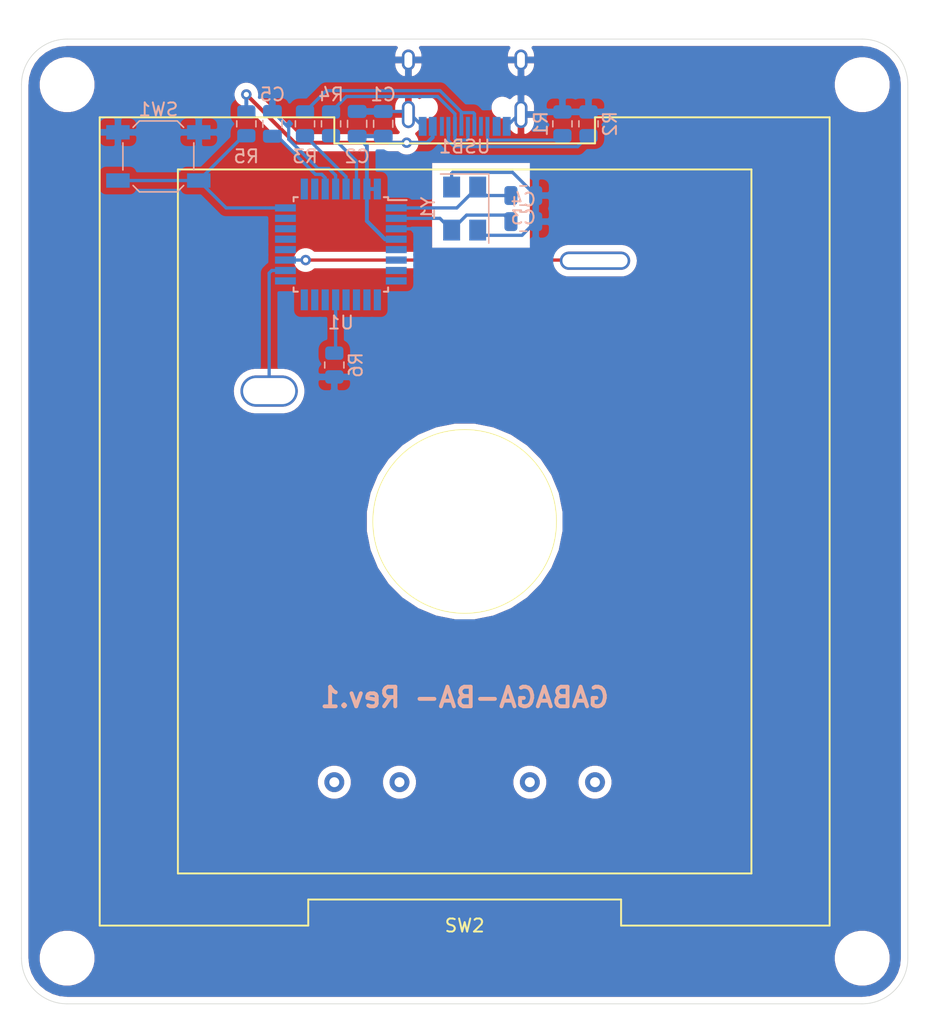
<source format=kicad_pcb>
(kicad_pcb (version 20171130) (host pcbnew "(5.1.10)-1")

  (general
    (thickness 1.6)
    (drawings 9)
    (tracks 99)
    (zones 0)
    (modules 20)
    (nets 16)
  )

  (page A4)
  (title_block
    (title gabaga-ba-)
    (rev 1)
    (company policium)
  )

  (layers
    (0 F.Cu signal)
    (31 B.Cu signal)
    (32 B.Adhes user)
    (33 F.Adhes user)
    (34 B.Paste user)
    (35 F.Paste user)
    (36 B.SilkS user)
    (37 F.SilkS user)
    (38 B.Mask user)
    (39 F.Mask user)
    (40 Dwgs.User user)
    (41 Cmts.User user)
    (42 Eco1.User user)
    (43 Eco2.User user)
    (44 Edge.Cuts user)
    (45 Margin user)
    (46 B.CrtYd user)
    (47 F.CrtYd user)
    (48 B.Fab user)
    (49 F.Fab user)
  )

  (setup
    (last_trace_width 0.25)
    (trace_clearance 0.2)
    (zone_clearance 0.508)
    (zone_45_only no)
    (trace_min 0.2)
    (via_size 0.8)
    (via_drill 0.4)
    (via_min_size 0.4)
    (via_min_drill 0.3)
    (uvia_size 0.3)
    (uvia_drill 0.1)
    (uvias_allowed no)
    (uvia_min_size 0.2)
    (uvia_min_drill 0.1)
    (edge_width 0.05)
    (segment_width 0.2)
    (pcb_text_width 0.3)
    (pcb_text_size 1.5 1.5)
    (mod_edge_width 0.12)
    (mod_text_size 1 1)
    (mod_text_width 0.15)
    (pad_size 0.6 1.45)
    (pad_drill 0)
    (pad_to_mask_clearance 0)
    (aux_axis_origin 0 0)
    (grid_origin 154.5 102)
    (visible_elements FFFFFF7F)
    (pcbplotparams
      (layerselection 0x010fc_ffffffff)
      (usegerberextensions false)
      (usegerberattributes true)
      (usegerberadvancedattributes true)
      (creategerberjobfile true)
      (excludeedgelayer true)
      (linewidth 0.100000)
      (plotframeref false)
      (viasonmask false)
      (mode 1)
      (useauxorigin false)
      (hpglpennumber 1)
      (hpglpenspeed 20)
      (hpglpendiameter 15.000000)
      (psnegative false)
      (psa4output false)
      (plotreference true)
      (plotvalue true)
      (plotinvisibletext false)
      (padsonsilk false)
      (subtractmaskfromsilk false)
      (outputformat 1)
      (mirror false)
      (drillshape 1)
      (scaleselection 1)
      (outputdirectory ""))
  )

  (net 0 "")
  (net 1 GND)
  (net 2 VBUS)
  (net 3 "Net-(C3-Pad1)")
  (net 4 "Net-(C4-Pad2)")
  (net 5 "Net-(C5-Pad1)")
  (net 6 "Net-(R1-Pad2)")
  (net 7 "Net-(R2-Pad1)")
  (net 8 "Net-(R3-Pad2)")
  (net 9 "Net-(R3-Pad1)")
  (net 10 "Net-(R4-Pad2)")
  (net 11 "Net-(R4-Pad1)")
  (net 12 "Net-(R5-Pad2)")
  (net 13 "Net-(R6-Pad2)")
  (net 14 "Net-(SW2-Pad2)")
  (net 15 "Net-(SW2-Pad1)")

  (net_class Default "This is the default net class."
    (clearance 0.2)
    (trace_width 0.25)
    (via_dia 0.8)
    (via_drill 0.4)
    (uvia_dia 0.3)
    (uvia_drill 0.1)
    (add_net GND)
    (add_net "Net-(C3-Pad1)")
    (add_net "Net-(C4-Pad2)")
    (add_net "Net-(C5-Pad1)")
    (add_net "Net-(R1-Pad2)")
    (add_net "Net-(R2-Pad1)")
    (add_net "Net-(R3-Pad1)")
    (add_net "Net-(R3-Pad2)")
    (add_net "Net-(R4-Pad1)")
    (add_net "Net-(R4-Pad2)")
    (add_net "Net-(R5-Pad2)")
    (add_net "Net-(R6-Pad2)")
    (add_net "Net-(SW2-Pad1)")
    (add_net "Net-(SW2-Pad2)")
  )

  (net_class Power ""
    (clearance 0.2)
    (trace_width 0.3)
    (via_dia 0.8)
    (via_drill 0.4)
    (uvia_dia 0.3)
    (uvia_drill 0.1)
    (add_net VBUS)
  )

  (module Resistor_SMD:R_0805_2012Metric (layer B.Cu) (tedit 5F68FEEE) (tstamp 613885F1)
    (at 142.25 71.5 90)
    (descr "Resistor SMD 0805 (2012 Metric), square (rectangular) end terminal, IPC_7351 nominal, (Body size source: IPC-SM-782 page 72, https://www.pcb-3d.com/wordpress/wp-content/uploads/ipc-sm-782a_amendment_1_and_2.pdf), generated with kicad-footprint-generator")
    (tags resistor)
    (path /61387D65)
    (attr smd)
    (fp_text reference R3 (at -2.5 0 180) (layer B.SilkS)
      (effects (font (size 1 1) (thickness 0.15)) (justify mirror))
    )
    (fp_text value 22 (at 0 -1.65 90) (layer B.Fab)
      (effects (font (size 1 1) (thickness 0.15)) (justify mirror))
    )
    (fp_text user %R (at 0 0 90) (layer B.Fab)
      (effects (font (size 0.5 0.5) (thickness 0.08)) (justify mirror))
    )
    (fp_line (start -1 -0.625) (end -1 0.625) (layer B.Fab) (width 0.1))
    (fp_line (start -1 0.625) (end 1 0.625) (layer B.Fab) (width 0.1))
    (fp_line (start 1 0.625) (end 1 -0.625) (layer B.Fab) (width 0.1))
    (fp_line (start 1 -0.625) (end -1 -0.625) (layer B.Fab) (width 0.1))
    (fp_line (start -0.227064 0.735) (end 0.227064 0.735) (layer B.SilkS) (width 0.12))
    (fp_line (start -0.227064 -0.735) (end 0.227064 -0.735) (layer B.SilkS) (width 0.12))
    (fp_line (start -1.68 -0.95) (end -1.68 0.95) (layer B.CrtYd) (width 0.05))
    (fp_line (start -1.68 0.95) (end 1.68 0.95) (layer B.CrtYd) (width 0.05))
    (fp_line (start 1.68 0.95) (end 1.68 -0.95) (layer B.CrtYd) (width 0.05))
    (fp_line (start 1.68 -0.95) (end -1.68 -0.95) (layer B.CrtYd) (width 0.05))
    (pad 2 smd roundrect (at 0.9125 0 90) (size 1.025 1.4) (layers B.Cu B.Paste B.Mask) (roundrect_rratio 0.243902)
      (net 8 "Net-(R3-Pad2)"))
    (pad 1 smd roundrect (at -0.9125 0 90) (size 1.025 1.4) (layers B.Cu B.Paste B.Mask) (roundrect_rratio 0.243902)
      (net 9 "Net-(R3-Pad1)"))
    (model ${KISYS3DMOD}/Resistor_SMD.3dshapes/R_0805_2012Metric.wrl
      (at (xyz 0 0 0))
      (scale (xyz 1 1 1))
      (rotate (xyz 0 0 0))
    )
  )

  (module MountingHole:MountingHole_3.2mm_M3 (layer F.Cu) (tedit 56D1B4CB) (tstamp 613885A6)
    (at 124 68.5)
    (descr "Mounting Hole 3.2mm, no annular, M3")
    (tags "mounting hole 3.2mm no annular m3")
    (path /61389BF6)
    (attr virtual)
    (fp_text reference H1 (at 0 -4.2) (layer F.SilkS) hide
      (effects (font (size 1 1) (thickness 0.15)))
    )
    (fp_text value MountingHole (at 0 4.2) (layer F.Fab)
      (effects (font (size 1 1) (thickness 0.15)))
    )
    (fp_text user %R (at 0.3 0) (layer F.Fab)
      (effects (font (size 1 1) (thickness 0.15)))
    )
    (fp_circle (center 0 0) (end 3.2 0) (layer Cmts.User) (width 0.15))
    (fp_circle (center 0 0) (end 3.45 0) (layer F.CrtYd) (width 0.05))
    (pad 1 np_thru_hole circle (at 0 0) (size 3.2 3.2) (drill 3.2) (layers *.Cu *.Mask))
  )

  (module Crystal:Crystal_SMD_5032-4Pin_5.0x3.2mm (layer B.Cu) (tedit 5A0FD1B2) (tstamp 613886E5)
    (at 154.5 78 270)
    (descr "SMD Crystal SERIES SMD2520/4 http://www.icbase.com/File/PDF/HKC/HKC00061008.pdf, 5.0x3.2mm^2 package")
    (tags "SMD SMT crystal")
    (path /613A4A6F)
    (attr smd)
    (fp_text reference Y1 (at 0 2.8 90) (layer B.SilkS)
      (effects (font (size 1 1) (thickness 0.15)) (justify mirror))
    )
    (fp_text value 16MHz (at 0 -2.8 90) (layer B.Fab)
      (effects (font (size 1 1) (thickness 0.15)) (justify mirror))
    )
    (fp_text user %R (at 0 0 90) (layer B.Fab)
      (effects (font (size 1 1) (thickness 0.15)) (justify mirror))
    )
    (fp_line (start -2.3 1.6) (end 2.3 1.6) (layer B.Fab) (width 0.1))
    (fp_line (start 2.3 1.6) (end 2.5 1.4) (layer B.Fab) (width 0.1))
    (fp_line (start 2.5 1.4) (end 2.5 -1.4) (layer B.Fab) (width 0.1))
    (fp_line (start 2.5 -1.4) (end 2.3 -1.6) (layer B.Fab) (width 0.1))
    (fp_line (start 2.3 -1.6) (end -2.3 -1.6) (layer B.Fab) (width 0.1))
    (fp_line (start -2.3 -1.6) (end -2.5 -1.4) (layer B.Fab) (width 0.1))
    (fp_line (start -2.5 -1.4) (end -2.5 1.4) (layer B.Fab) (width 0.1))
    (fp_line (start -2.5 1.4) (end -2.3 1.6) (layer B.Fab) (width 0.1))
    (fp_line (start -2.5 -0.6) (end -1.5 -1.6) (layer B.Fab) (width 0.1))
    (fp_line (start -2.65 1.85) (end -2.65 -1.85) (layer B.SilkS) (width 0.12))
    (fp_line (start -2.65 -1.85) (end 2.65 -1.85) (layer B.SilkS) (width 0.12))
    (fp_line (start -2.8 1.9) (end -2.8 -1.9) (layer B.CrtYd) (width 0.05))
    (fp_line (start -2.8 -1.9) (end 2.8 -1.9) (layer B.CrtYd) (width 0.05))
    (fp_line (start 2.8 -1.9) (end 2.8 1.9) (layer B.CrtYd) (width 0.05))
    (fp_line (start 2.8 1.9) (end -2.8 1.9) (layer B.CrtYd) (width 0.05))
    (pad 4 smd rect (at -1.65 1 270) (size 1.6 1.3) (layers B.Cu B.Paste B.Mask)
      (net 1 GND))
    (pad 3 smd rect (at 1.65 1 270) (size 1.6 1.3) (layers B.Cu B.Paste B.Mask)
      (net 4 "Net-(C4-Pad2)"))
    (pad 2 smd rect (at 1.65 -1 270) (size 1.6 1.3) (layers B.Cu B.Paste B.Mask)
      (net 1 GND))
    (pad 1 smd rect (at -1.65 -1 270) (size 1.6 1.3) (layers B.Cu B.Paste B.Mask)
      (net 3 "Net-(C3-Pad1)"))
    (model ${KISYS3DMOD}/Crystal.3dshapes/Crystal_SMD_5032-4Pin_5.0x3.2mm.wrl
      (at (xyz 0 0 0))
      (scale (xyz 1 1 1))
      (rotate (xyz 0 0 0))
    )
  )

  (module Type-C:HRO-TYPE-C-31-M-12 (layer B.Cu) (tedit 6138314A) (tstamp 613886CD)
    (at 154.5 64)
    (path /61383494)
    (attr smd)
    (fp_text reference USB1 (at 0 9.25) (layer B.SilkS)
      (effects (font (size 1 1) (thickness 0.15)) (justify mirror))
    )
    (fp_text value HRO-TYPE-C-31-M-12 (at 0 -1.15) (layer Dwgs.User)
      (effects (font (size 1 1) (thickness 0.15)))
    )
    (fp_line (start -4.47 7.3) (end 4.47 7.3) (layer Dwgs.User) (width 0.15))
    (fp_line (start 4.47 0) (end 4.47 7.3) (layer Dwgs.User) (width 0.15))
    (fp_line (start -4.47 0) (end -4.47 7.3) (layer Dwgs.User) (width 0.15))
    (fp_line (start -4.47 0) (end 4.47 0) (layer Dwgs.User) (width 0.15))
    (pad 12 smd rect (at 3.225 7.695) (size 0.6 1.45) (layers B.Cu B.Paste B.Mask)
      (net 1 GND) (clearance 0.17))
    (pad 1 smd rect (at -3.225 7.695) (size 0.6 1.45) (layers B.Cu B.Paste B.Mask)
      (net 1 GND) (clearance 0.17))
    (pad 11 smd rect (at 2.45 7.695) (size 0.6 1.45) (layers B.Cu B.Paste B.Mask)
      (clearance 0.17))
    (pad 2 smd rect (at -2.45 7.695) (size 0.6 1.45) (layers B.Cu B.Paste B.Mask)
      (net 2 VBUS) (clearance 0.17))
    (pad 3 smd rect (at -1.75 7.695) (size 0.3 1.45) (layers B.Cu B.Paste B.Mask))
    (pad 10 smd rect (at 1.75 7.695) (size 0.3 1.45) (layers B.Cu B.Paste B.Mask)
      (net 6 "Net-(R1-Pad2)"))
    (pad 4 smd rect (at -1.25 7.695) (size 0.3 1.45) (layers B.Cu B.Paste B.Mask)
      (net 7 "Net-(R2-Pad1)"))
    (pad 9 smd rect (at 1.25 7.695) (size 0.3 1.45) (layers B.Cu B.Paste B.Mask))
    (pad 5 smd rect (at -0.75 7.695) (size 0.3 1.45) (layers B.Cu B.Paste B.Mask)
      (net 11 "Net-(R4-Pad1)"))
    (pad 8 smd rect (at 0.75 7.695) (size 0.3 1.45) (layers B.Cu B.Paste B.Mask)
      (net 8 "Net-(R3-Pad2)"))
    (pad 7 smd rect (at 0.25 7.695) (size 0.3 1.45) (layers B.Cu B.Paste B.Mask)
      (net 11 "Net-(R4-Pad1)"))
    (pad 6 smd rect (at -0.25 7.695) (size 0.3 1.45) (layers B.Cu B.Paste B.Mask)
      (net 8 "Net-(R3-Pad2)"))
    (pad "" np_thru_hole circle (at 2.89 6.25) (size 0.65 0.65) (drill 0.65) (layers *.Cu *.Mask))
    (pad "" np_thru_hole circle (at -2.89 6.25) (size 0.65 0.65) (drill 0.65) (layers *.Cu *.Mask))
    (pad 13 thru_hole oval (at -4.32 6.78) (size 1 2.1) (drill oval 0.6 1.7) (layers *.Cu F.Mask)
      (net 1 GND))
    (pad 13 thru_hole oval (at 4.32 6.78) (size 1 2.1) (drill oval 0.6 1.7) (layers *.Cu F.Mask)
      (net 1 GND))
    (pad 13 thru_hole oval (at -4.32 2.6) (size 1 1.6) (drill oval 0.6 1.2) (layers *.Cu F.Mask)
      (net 1 GND))
    (pad 13 thru_hole oval (at 4.32 2.6) (size 1 1.6) (drill oval 0.6 1.2) (layers *.Cu F.Mask)
      (net 1 GND))
  )

  (module Package_QFP:TQFP-32_7x7mm_P0.8mm (layer B.Cu) (tedit 5A02F146) (tstamp 613886B3)
    (at 145 80.75 180)
    (descr "32-Lead Plastic Thin Quad Flatpack (PT) - 7x7x1.0 mm Body, 2.00 mm [TQFP] (see Microchip Packaging Specification 00000049BS.pdf)")
    (tags "QFP 0.8")
    (path /61381F24)
    (attr smd)
    (fp_text reference U1 (at 0 -6) (layer B.SilkS)
      (effects (font (size 1 1) (thickness 0.15)) (justify mirror))
    )
    (fp_text value ATmega32U2-AU (at 0 -6.05) (layer B.Fab)
      (effects (font (size 1 1) (thickness 0.15)) (justify mirror))
    )
    (fp_text user %R (at 0 0) (layer B.Fab)
      (effects (font (size 1 1) (thickness 0.15)) (justify mirror))
    )
    (fp_line (start -2.5 3.5) (end 3.5 3.5) (layer B.Fab) (width 0.15))
    (fp_line (start 3.5 3.5) (end 3.5 -3.5) (layer B.Fab) (width 0.15))
    (fp_line (start 3.5 -3.5) (end -3.5 -3.5) (layer B.Fab) (width 0.15))
    (fp_line (start -3.5 -3.5) (end -3.5 2.5) (layer B.Fab) (width 0.15))
    (fp_line (start -3.5 2.5) (end -2.5 3.5) (layer B.Fab) (width 0.15))
    (fp_line (start -5.3 5.3) (end -5.3 -5.3) (layer B.CrtYd) (width 0.05))
    (fp_line (start 5.3 5.3) (end 5.3 -5.3) (layer B.CrtYd) (width 0.05))
    (fp_line (start -5.3 5.3) (end 5.3 5.3) (layer B.CrtYd) (width 0.05))
    (fp_line (start -5.3 -5.3) (end 5.3 -5.3) (layer B.CrtYd) (width 0.05))
    (fp_line (start -3.625 3.625) (end -3.625 3.4) (layer B.SilkS) (width 0.15))
    (fp_line (start 3.625 3.625) (end 3.625 3.3) (layer B.SilkS) (width 0.15))
    (fp_line (start 3.625 -3.625) (end 3.625 -3.3) (layer B.SilkS) (width 0.15))
    (fp_line (start -3.625 -3.625) (end -3.625 -3.3) (layer B.SilkS) (width 0.15))
    (fp_line (start -3.625 3.625) (end -3.3 3.625) (layer B.SilkS) (width 0.15))
    (fp_line (start -3.625 -3.625) (end -3.3 -3.625) (layer B.SilkS) (width 0.15))
    (fp_line (start 3.625 -3.625) (end 3.3 -3.625) (layer B.SilkS) (width 0.15))
    (fp_line (start 3.625 3.625) (end 3.3 3.625) (layer B.SilkS) (width 0.15))
    (fp_line (start -3.625 3.4) (end -5.05 3.4) (layer B.SilkS) (width 0.15))
    (pad 32 smd rect (at -2.8 4.25 90) (size 1.6 0.55) (layers B.Cu B.Paste B.Mask)
      (net 2 VBUS))
    (pad 31 smd rect (at -2 4.25 90) (size 1.6 0.55) (layers B.Cu B.Paste B.Mask)
      (net 2 VBUS))
    (pad 30 smd rect (at -1.2 4.25 90) (size 1.6 0.55) (layers B.Cu B.Paste B.Mask)
      (net 10 "Net-(R4-Pad2)"))
    (pad 29 smd rect (at -0.4 4.25 90) (size 1.6 0.55) (layers B.Cu B.Paste B.Mask)
      (net 9 "Net-(R3-Pad1)"))
    (pad 28 smd rect (at 0.4 4.25 90) (size 1.6 0.55) (layers B.Cu B.Paste B.Mask)
      (net 1 GND))
    (pad 27 smd rect (at 1.2 4.25 90) (size 1.6 0.55) (layers B.Cu B.Paste B.Mask)
      (net 5 "Net-(C5-Pad1)"))
    (pad 26 smd rect (at 2 4.25 90) (size 1.6 0.55) (layers B.Cu B.Paste B.Mask))
    (pad 25 smd rect (at 2.8 4.25 90) (size 1.6 0.55) (layers B.Cu B.Paste B.Mask))
    (pad 24 smd rect (at 4.25 2.8 180) (size 1.6 0.55) (layers B.Cu B.Paste B.Mask)
      (net 12 "Net-(R5-Pad2)"))
    (pad 23 smd rect (at 4.25 2 180) (size 1.6 0.55) (layers B.Cu B.Paste B.Mask))
    (pad 22 smd rect (at 4.25 1.2 180) (size 1.6 0.55) (layers B.Cu B.Paste B.Mask))
    (pad 21 smd rect (at 4.25 0.4 180) (size 1.6 0.55) (layers B.Cu B.Paste B.Mask))
    (pad 20 smd rect (at 4.25 -0.4 180) (size 1.6 0.55) (layers B.Cu B.Paste B.Mask))
    (pad 19 smd rect (at 4.25 -1.2 180) (size 1.6 0.55) (layers B.Cu B.Paste B.Mask)
      (net 14 "Net-(SW2-Pad2)"))
    (pad 18 smd rect (at 4.25 -2 180) (size 1.6 0.55) (layers B.Cu B.Paste B.Mask)
      (net 15 "Net-(SW2-Pad1)"))
    (pad 17 smd rect (at 4.25 -2.8 180) (size 1.6 0.55) (layers B.Cu B.Paste B.Mask))
    (pad 16 smd rect (at 2.8 -4.25 90) (size 1.6 0.55) (layers B.Cu B.Paste B.Mask))
    (pad 15 smd rect (at 2 -4.25 90) (size 1.6 0.55) (layers B.Cu B.Paste B.Mask))
    (pad 14 smd rect (at 1.2 -4.25 90) (size 1.6 0.55) (layers B.Cu B.Paste B.Mask))
    (pad 13 smd rect (at 0.4 -4.25 90) (size 1.6 0.55) (layers B.Cu B.Paste B.Mask)
      (net 13 "Net-(R6-Pad2)"))
    (pad 12 smd rect (at -0.4 -4.25 90) (size 1.6 0.55) (layers B.Cu B.Paste B.Mask))
    (pad 11 smd rect (at -1.2 -4.25 90) (size 1.6 0.55) (layers B.Cu B.Paste B.Mask))
    (pad 10 smd rect (at -2 -4.25 90) (size 1.6 0.55) (layers B.Cu B.Paste B.Mask))
    (pad 9 smd rect (at -2.8 -4.25 90) (size 1.6 0.55) (layers B.Cu B.Paste B.Mask))
    (pad 8 smd rect (at -4.25 -2.8 180) (size 1.6 0.55) (layers B.Cu B.Paste B.Mask))
    (pad 7 smd rect (at -4.25 -2 180) (size 1.6 0.55) (layers B.Cu B.Paste B.Mask))
    (pad 6 smd rect (at -4.25 -1.2 180) (size 1.6 0.55) (layers B.Cu B.Paste B.Mask))
    (pad 5 smd rect (at -4.25 -0.4 180) (size 1.6 0.55) (layers B.Cu B.Paste B.Mask))
    (pad 4 smd rect (at -4.25 0.4 180) (size 1.6 0.55) (layers B.Cu B.Paste B.Mask)
      (net 2 VBUS))
    (pad 3 smd rect (at -4.25 1.2 180) (size 1.6 0.55) (layers B.Cu B.Paste B.Mask)
      (net 1 GND))
    (pad 2 smd rect (at -4.25 2 180) (size 1.6 0.55) (layers B.Cu B.Paste B.Mask)
      (net 4 "Net-(C4-Pad2)"))
    (pad 1 smd rect (at -4.25 2.8 180) (size 1.6 0.55) (layers B.Cu B.Paste B.Mask)
      (net 3 "Net-(C3-Pad1)"))
    (model ${KISYS3DMOD}/Package_QFP.3dshapes/TQFP-32_7x7mm_P0.8mm.wrl
      (at (xyz 0 0 0))
      (scale (xyz 1 1 1))
      (rotate (xyz 0 0 0))
    )
  )

  (module kailh_big_series:kailh_big_series (layer F.Cu) (tedit 5A5F6E07) (tstamp 613889BA)
    (at 154.5 102)
    (path /613BFD1B)
    (fp_text reference SW2 (at 0 31) (layer F.SilkS)
      (effects (font (size 1 1) (thickness 0.15)))
    )
    (fp_text value SW_Push (at 0 -31) (layer F.Fab)
      (effects (font (size 1 1) (thickness 0.15)))
    )
    (fp_line (start 22 27) (end 22 -27) (layer F.SilkS) (width 0.15))
    (fp_line (start 22 -27) (end -22 -27) (layer F.SilkS) (width 0.15))
    (fp_line (start -22 -27) (end -22 27) (layer F.SilkS) (width 0.15))
    (fp_line (start 22 27) (end -22 27) (layer F.SilkS) (width 0.15))
    (fp_line (start 12 31) (end 28 31) (layer F.SilkS) (width 0.15))
    (fp_line (start 12 31) (end 12 29) (layer F.SilkS) (width 0.15))
    (fp_line (start 12 29) (end -12 29) (layer F.SilkS) (width 0.15))
    (fp_line (start -12 29) (end -12 31) (layer F.SilkS) (width 0.15))
    (fp_line (start -12 31) (end -28 31) (layer F.SilkS) (width 0.15))
    (fp_line (start -10 -31) (end -28 -31) (layer F.SilkS) (width 0.15))
    (fp_line (start 28 -31) (end 10 -31) (layer F.SilkS) (width 0.15))
    (fp_line (start 10 -31) (end 10 -29) (layer F.SilkS) (width 0.15))
    (fp_line (start 10 -29) (end -10 -29) (layer F.SilkS) (width 0.15))
    (fp_line (start -10 -29) (end -10 -31) (layer F.SilkS) (width 0.15))
    (fp_line (start -28 -31) (end -28 31) (layer F.SilkS) (width 0.15))
    (fp_line (start 28 31) (end 28 -31) (layer F.SilkS) (width 0.15))
    (fp_circle (center 0 0) (end -7 0) (layer F.SilkS) (width 0.15))
    (pad "" thru_hole circle (at 0 0) (size 14 14) (drill 14) (layers *.Cu *.Mask))
    (pad 7 thru_hole circle (at -10 20) (size 1.524 1.524) (drill 0.762) (layers *.Cu *.Mask))
    (pad 6 thru_hole circle (at -5 20) (size 1.524 1.524) (drill 0.762) (layers *.Cu *.Mask))
    (pad 5 thru_hole circle (at 5 20) (size 1.524 1.524) (drill 0.762) (layers *.Cu *.Mask))
    (pad 4 thru_hole circle (at 10 20) (size 1.524 1.524) (drill 0.762) (layers *.Cu *.Mask))
    (pad 2 thru_hole oval (at 10 -20) (size 5.4 1.4) (drill oval 5 1) (layers *.Cu *.Mask)
      (net 14 "Net-(SW2-Pad2)"))
    (pad 1 thru_hole oval (at -15 -10) (size 4.4 2.4) (drill oval 4 2) (layers *.Cu *.Mask)
      (net 15 "Net-(SW2-Pad1)"))
  )

  (module Button_Switch_SMD:SW_SPST_SKQG_WithStem (layer B.Cu) (tedit 5ABAB6AF) (tstamp 61388660)
    (at 131 74 180)
    (descr "ALPS 5.2mm Square Low-profile Type (Surface Mount) SKQG Series, With stem, http://www.alps.com/prod/info/E/HTML/Tact/SurfaceMount/SKQG/SKQGAFE010.html")
    (tags "SPST Button Switch")
    (path /61392D99)
    (attr smd)
    (fp_text reference SW1 (at 0 3.6) (layer B.SilkS)
      (effects (font (size 1 1) (thickness 0.15)) (justify mirror))
    )
    (fp_text value SW_Push (at 0 -3.6) (layer B.Fab)
      (effects (font (size 1 1) (thickness 0.15)) (justify mirror))
    )
    (fp_text user "No F.Cu tracks" (at -2.5 -0.2) (layer Cmts.User)
      (effects (font (size 0.2 0.2) (thickness 0.03)))
    )
    (fp_text user "KEEP-OUT ZONE" (at -2.5 0.2) (layer Cmts.User)
      (effects (font (size 0.2 0.2) (thickness 0.03)))
    )
    (fp_text user "KEEP-OUT ZONE" (at 2.5 0.2) (layer Cmts.User)
      (effects (font (size 0.2 0.2) (thickness 0.03)))
    )
    (fp_text user "No F.Cu tracks" (at 2.5 -0.2) (layer Cmts.User)
      (effects (font (size 0.2 0.2) (thickness 0.03)))
    )
    (fp_text user %R (at 0 0) (layer B.Fab)
      (effects (font (size 0.4 0.4) (thickness 0.06)) (justify mirror))
    )
    (fp_line (start 1.4 2.6) (end 2.6 1.4) (layer B.Fab) (width 0.1))
    (fp_line (start 2.6 1.4) (end 2.6 -1.4) (layer B.Fab) (width 0.1))
    (fp_line (start 2.6 -1.4) (end 1.4 -2.6) (layer B.Fab) (width 0.1))
    (fp_line (start 1.4 -2.6) (end -1.4 -2.6) (layer B.Fab) (width 0.1))
    (fp_line (start -1.4 -2.6) (end -2.6 -1.4) (layer B.Fab) (width 0.1))
    (fp_line (start -2.6 -1.4) (end -2.6 1.4) (layer B.Fab) (width 0.1))
    (fp_line (start -2.6 1.4) (end -1.4 2.6) (layer B.Fab) (width 0.1))
    (fp_line (start -1.4 2.6) (end 1.4 2.6) (layer B.Fab) (width 0.1))
    (fp_line (start -4.25 2.85) (end -4.25 -2.85) (layer B.CrtYd) (width 0.05))
    (fp_line (start 4.25 2.85) (end -4.25 2.85) (layer B.CrtYd) (width 0.05))
    (fp_line (start 4.25 -2.85) (end 4.25 2.85) (layer B.CrtYd) (width 0.05))
    (fp_line (start -4.25 -2.85) (end 4.25 -2.85) (layer B.CrtYd) (width 0.05))
    (fp_line (start -0.95 1.865) (end 0.95 1.865) (layer B.Fab) (width 0.1))
    (fp_line (start -1.865 -0.95) (end -1.865 0.95) (layer B.Fab) (width 0.1))
    (fp_line (start 0.95 -1.865) (end -0.95 -1.865) (layer B.Fab) (width 0.1))
    (fp_line (start 1.865 0.95) (end 1.865 -0.95) (layer B.Fab) (width 0.1))
    (fp_line (start -2.72 -1.04) (end -2.72 1.04) (layer B.SilkS) (width 0.12))
    (fp_line (start 1.45 2.72) (end 1.94 2.23) (layer B.SilkS) (width 0.12))
    (fp_circle (center 0 0) (end 1 0) (layer B.Fab) (width 0.1))
    (fp_line (start 2.72 -1.04) (end 2.72 1.04) (layer B.SilkS) (width 0.12))
    (fp_line (start -1.45 2.72) (end -1.94 2.23) (layer B.SilkS) (width 0.12))
    (fp_line (start -1.45 2.72) (end 1.45 2.72) (layer B.SilkS) (width 0.12))
    (fp_line (start -1.45 -2.72) (end -1.94 -2.23) (layer B.SilkS) (width 0.12))
    (fp_line (start -1.45 -2.72) (end 1.45 -2.72) (layer B.SilkS) (width 0.12))
    (fp_line (start 1.45 -2.72) (end 1.94 -2.23) (layer B.SilkS) (width 0.12))
    (fp_line (start 0.95 -1.865) (end 1.865 -0.95) (layer B.Fab) (width 0.1))
    (fp_line (start -0.95 -1.865) (end -1.865 -0.95) (layer B.Fab) (width 0.1))
    (fp_line (start -0.95 1.865) (end -1.865 0.95) (layer B.Fab) (width 0.1))
    (fp_line (start 0.95 1.865) (end 1.865 0.95) (layer B.Fab) (width 0.1))
    (fp_line (start 4 1.3) (end 4 -1.3) (layer Dwgs.User) (width 0.05))
    (fp_line (start 4 -1.3) (end 1 -1.3) (layer Dwgs.User) (width 0.05))
    (fp_line (start 1 -1.3) (end 1 1.3) (layer Dwgs.User) (width 0.05))
    (fp_line (start 1 1.3) (end 4 1.3) (layer Dwgs.User) (width 0.05))
    (fp_line (start 1 0.3) (end 2 1.3) (layer Dwgs.User) (width 0.05))
    (fp_line (start 1 -0.7) (end 3 1.3) (layer Dwgs.User) (width 0.05))
    (fp_line (start 4 1.3) (end 1.4 -1.3) (layer Dwgs.User) (width 0.05))
    (fp_line (start 2.4 -1.3) (end 4 0.3) (layer Dwgs.User) (width 0.05))
    (fp_line (start 4 -0.7) (end 3.4 -1.3) (layer Dwgs.User) (width 0.05))
    (fp_line (start -1 -0.7) (end -1.6 -1.3) (layer Dwgs.User) (width 0.05))
    (fp_line (start -4 -1.3) (end -4 1.3) (layer Dwgs.User) (width 0.05))
    (fp_line (start -4 -0.7) (end -2 1.3) (layer Dwgs.User) (width 0.05))
    (fp_line (start -1 -1.3) (end -4 -1.3) (layer Dwgs.User) (width 0.05))
    (fp_line (start -4 1.3) (end -1 1.3) (layer Dwgs.User) (width 0.05))
    (fp_line (start -1 1.3) (end -3.6 -1.3) (layer Dwgs.User) (width 0.05))
    (fp_line (start -2.6 -1.3) (end -1 0.3) (layer Dwgs.User) (width 0.05))
    (fp_line (start -4 0.3) (end -3 1.3) (layer Dwgs.User) (width 0.05))
    (fp_line (start -1 1.3) (end -1 -1.3) (layer Dwgs.User) (width 0.05))
    (pad 2 smd rect (at 3.1 -1.85 180) (size 1.8 1.1) (layers B.Cu B.Paste B.Mask)
      (net 12 "Net-(R5-Pad2)"))
    (pad 2 smd rect (at -3.1 -1.85 180) (size 1.8 1.1) (layers B.Cu B.Paste B.Mask)
      (net 12 "Net-(R5-Pad2)"))
    (pad 1 smd rect (at 3.1 1.85 180) (size 1.8 1.1) (layers B.Cu B.Paste B.Mask)
      (net 1 GND))
    (pad 1 smd rect (at -3.1 1.85 180) (size 1.8 1.1) (layers B.Cu B.Paste B.Mask)
      (net 1 GND))
    (model ${KISYS3DMOD}/Button_Switch_SMD.3dshapes/SW_SPST_SKQG_WithStem.wrl
      (at (xyz 0 0 0))
      (scale (xyz 1 1 1))
      (rotate (xyz 0 0 0))
    )
  )

  (module Resistor_SMD:R_0805_2012Metric (layer B.Cu) (tedit 5F68FEEE) (tstamp 61388624)
    (at 144.5 90 90)
    (descr "Resistor SMD 0805 (2012 Metric), square (rectangular) end terminal, IPC_7351 nominal, (Body size source: IPC-SM-782 page 72, https://www.pcb-3d.com/wordpress/wp-content/uploads/ipc-sm-782a_amendment_1_and_2.pdf), generated with kicad-footprint-generator")
    (tags resistor)
    (path /613C2060)
    (attr smd)
    (fp_text reference R6 (at 0 1.65 90) (layer B.SilkS)
      (effects (font (size 1 1) (thickness 0.15)) (justify mirror))
    )
    (fp_text value 4.7k (at 0 -1.65 90) (layer B.Fab)
      (effects (font (size 1 1) (thickness 0.15)) (justify mirror))
    )
    (fp_text user %R (at 0 0 90) (layer B.Fab)
      (effects (font (size 0.5 0.5) (thickness 0.08)) (justify mirror))
    )
    (fp_line (start -1 -0.625) (end -1 0.625) (layer B.Fab) (width 0.1))
    (fp_line (start -1 0.625) (end 1 0.625) (layer B.Fab) (width 0.1))
    (fp_line (start 1 0.625) (end 1 -0.625) (layer B.Fab) (width 0.1))
    (fp_line (start 1 -0.625) (end -1 -0.625) (layer B.Fab) (width 0.1))
    (fp_line (start -0.227064 0.735) (end 0.227064 0.735) (layer B.SilkS) (width 0.12))
    (fp_line (start -0.227064 -0.735) (end 0.227064 -0.735) (layer B.SilkS) (width 0.12))
    (fp_line (start -1.68 -0.95) (end -1.68 0.95) (layer B.CrtYd) (width 0.05))
    (fp_line (start -1.68 0.95) (end 1.68 0.95) (layer B.CrtYd) (width 0.05))
    (fp_line (start 1.68 0.95) (end 1.68 -0.95) (layer B.CrtYd) (width 0.05))
    (fp_line (start 1.68 -0.95) (end -1.68 -0.95) (layer B.CrtYd) (width 0.05))
    (pad 2 smd roundrect (at 0.9125 0 90) (size 1.025 1.4) (layers B.Cu B.Paste B.Mask) (roundrect_rratio 0.243902)
      (net 13 "Net-(R6-Pad2)"))
    (pad 1 smd roundrect (at -0.9125 0 90) (size 1.025 1.4) (layers B.Cu B.Paste B.Mask) (roundrect_rratio 0.243902)
      (net 1 GND))
    (model ${KISYS3DMOD}/Resistor_SMD.3dshapes/R_0805_2012Metric.wrl
      (at (xyz 0 0 0))
      (scale (xyz 1 1 1))
      (rotate (xyz 0 0 0))
    )
  )

  (module Resistor_SMD:R_0805_2012Metric (layer B.Cu) (tedit 5F68FEEE) (tstamp 61388613)
    (at 137.75 71.5 270)
    (descr "Resistor SMD 0805 (2012 Metric), square (rectangular) end terminal, IPC_7351 nominal, (Body size source: IPC-SM-782 page 72, https://www.pcb-3d.com/wordpress/wp-content/uploads/ipc-sm-782a_amendment_1_and_2.pdf), generated with kicad-footprint-generator")
    (tags resistor)
    (path /61393EF9)
    (attr smd)
    (fp_text reference R5 (at 2.5 0 180) (layer B.SilkS)
      (effects (font (size 1 1) (thickness 0.15)) (justify mirror))
    )
    (fp_text value 4.7k (at 0 -1.65 90) (layer B.Fab)
      (effects (font (size 1 1) (thickness 0.15)) (justify mirror))
    )
    (fp_text user %R (at 0 0 90) (layer B.Fab)
      (effects (font (size 0.5 0.5) (thickness 0.08)) (justify mirror))
    )
    (fp_line (start -1 -0.625) (end -1 0.625) (layer B.Fab) (width 0.1))
    (fp_line (start -1 0.625) (end 1 0.625) (layer B.Fab) (width 0.1))
    (fp_line (start 1 0.625) (end 1 -0.625) (layer B.Fab) (width 0.1))
    (fp_line (start 1 -0.625) (end -1 -0.625) (layer B.Fab) (width 0.1))
    (fp_line (start -0.227064 0.735) (end 0.227064 0.735) (layer B.SilkS) (width 0.12))
    (fp_line (start -0.227064 -0.735) (end 0.227064 -0.735) (layer B.SilkS) (width 0.12))
    (fp_line (start -1.68 -0.95) (end -1.68 0.95) (layer B.CrtYd) (width 0.05))
    (fp_line (start -1.68 0.95) (end 1.68 0.95) (layer B.CrtYd) (width 0.05))
    (fp_line (start 1.68 0.95) (end 1.68 -0.95) (layer B.CrtYd) (width 0.05))
    (fp_line (start 1.68 -0.95) (end -1.68 -0.95) (layer B.CrtYd) (width 0.05))
    (pad 2 smd roundrect (at 0.9125 0 270) (size 1.025 1.4) (layers B.Cu B.Paste B.Mask) (roundrect_rratio 0.243902)
      (net 12 "Net-(R5-Pad2)"))
    (pad 1 smd roundrect (at -0.9125 0 270) (size 1.025 1.4) (layers B.Cu B.Paste B.Mask) (roundrect_rratio 0.243902)
      (net 2 VBUS))
    (model ${KISYS3DMOD}/Resistor_SMD.3dshapes/R_0805_2012Metric.wrl
      (at (xyz 0 0 0))
      (scale (xyz 1 1 1))
      (rotate (xyz 0 0 0))
    )
  )

  (module Resistor_SMD:R_0805_2012Metric (layer B.Cu) (tedit 5F68FEEE) (tstamp 61388602)
    (at 144.25 71.5 270)
    (descr "Resistor SMD 0805 (2012 Metric), square (rectangular) end terminal, IPC_7351 nominal, (Body size source: IPC-SM-782 page 72, https://www.pcb-3d.com/wordpress/wp-content/uploads/ipc-sm-782a_amendment_1_and_2.pdf), generated with kicad-footprint-generator")
    (tags resistor)
    (path /6138A7E6)
    (attr smd)
    (fp_text reference R4 (at -2.25 0 180) (layer B.SilkS)
      (effects (font (size 1 1) (thickness 0.15)) (justify mirror))
    )
    (fp_text value 22 (at 0 -1.65 90) (layer B.Fab)
      (effects (font (size 1 1) (thickness 0.15)) (justify mirror))
    )
    (fp_text user %R (at 0 0 90) (layer B.Fab)
      (effects (font (size 0.5 0.5) (thickness 0.08)) (justify mirror))
    )
    (fp_line (start -1 -0.625) (end -1 0.625) (layer B.Fab) (width 0.1))
    (fp_line (start -1 0.625) (end 1 0.625) (layer B.Fab) (width 0.1))
    (fp_line (start 1 0.625) (end 1 -0.625) (layer B.Fab) (width 0.1))
    (fp_line (start 1 -0.625) (end -1 -0.625) (layer B.Fab) (width 0.1))
    (fp_line (start -0.227064 0.735) (end 0.227064 0.735) (layer B.SilkS) (width 0.12))
    (fp_line (start -0.227064 -0.735) (end 0.227064 -0.735) (layer B.SilkS) (width 0.12))
    (fp_line (start -1.68 -0.95) (end -1.68 0.95) (layer B.CrtYd) (width 0.05))
    (fp_line (start -1.68 0.95) (end 1.68 0.95) (layer B.CrtYd) (width 0.05))
    (fp_line (start 1.68 0.95) (end 1.68 -0.95) (layer B.CrtYd) (width 0.05))
    (fp_line (start 1.68 -0.95) (end -1.68 -0.95) (layer B.CrtYd) (width 0.05))
    (pad 2 smd roundrect (at 0.9125 0 270) (size 1.025 1.4) (layers B.Cu B.Paste B.Mask) (roundrect_rratio 0.243902)
      (net 10 "Net-(R4-Pad2)"))
    (pad 1 smd roundrect (at -0.9125 0 270) (size 1.025 1.4) (layers B.Cu B.Paste B.Mask) (roundrect_rratio 0.243902)
      (net 11 "Net-(R4-Pad1)"))
    (model ${KISYS3DMOD}/Resistor_SMD.3dshapes/R_0805_2012Metric.wrl
      (at (xyz 0 0 0))
      (scale (xyz 1 1 1))
      (rotate (xyz 0 0 0))
    )
  )

  (module Resistor_SMD:R_0805_2012Metric (layer B.Cu) (tedit 5F68FEEE) (tstamp 613885E0)
    (at 164 71.5 90)
    (descr "Resistor SMD 0805 (2012 Metric), square (rectangular) end terminal, IPC_7351 nominal, (Body size source: IPC-SM-782 page 72, https://www.pcb-3d.com/wordpress/wp-content/uploads/ipc-sm-782a_amendment_1_and_2.pdf), generated with kicad-footprint-generator")
    (tags resistor)
    (path /613862E6)
    (attr smd)
    (fp_text reference R2 (at 0 1.65 90) (layer B.SilkS)
      (effects (font (size 1 1) (thickness 0.15)) (justify mirror))
    )
    (fp_text value 5.1k (at 0 -1.65 90) (layer B.Fab)
      (effects (font (size 1 1) (thickness 0.15)) (justify mirror))
    )
    (fp_text user %R (at 0 0 90) (layer B.Fab)
      (effects (font (size 0.5 0.5) (thickness 0.08)) (justify mirror))
    )
    (fp_line (start -1 -0.625) (end -1 0.625) (layer B.Fab) (width 0.1))
    (fp_line (start -1 0.625) (end 1 0.625) (layer B.Fab) (width 0.1))
    (fp_line (start 1 0.625) (end 1 -0.625) (layer B.Fab) (width 0.1))
    (fp_line (start 1 -0.625) (end -1 -0.625) (layer B.Fab) (width 0.1))
    (fp_line (start -0.227064 0.735) (end 0.227064 0.735) (layer B.SilkS) (width 0.12))
    (fp_line (start -0.227064 -0.735) (end 0.227064 -0.735) (layer B.SilkS) (width 0.12))
    (fp_line (start -1.68 -0.95) (end -1.68 0.95) (layer B.CrtYd) (width 0.05))
    (fp_line (start -1.68 0.95) (end 1.68 0.95) (layer B.CrtYd) (width 0.05))
    (fp_line (start 1.68 0.95) (end 1.68 -0.95) (layer B.CrtYd) (width 0.05))
    (fp_line (start 1.68 -0.95) (end -1.68 -0.95) (layer B.CrtYd) (width 0.05))
    (pad 2 smd roundrect (at 0.9125 0 90) (size 1.025 1.4) (layers B.Cu B.Paste B.Mask) (roundrect_rratio 0.243902)
      (net 1 GND))
    (pad 1 smd roundrect (at -0.9125 0 90) (size 1.025 1.4) (layers B.Cu B.Paste B.Mask) (roundrect_rratio 0.243902)
      (net 7 "Net-(R2-Pad1)"))
    (model ${KISYS3DMOD}/Resistor_SMD.3dshapes/R_0805_2012Metric.wrl
      (at (xyz 0 0 0))
      (scale (xyz 1 1 1))
      (rotate (xyz 0 0 0))
    )
  )

  (module Resistor_SMD:R_0805_2012Metric (layer B.Cu) (tedit 5F68FEEE) (tstamp 613885CF)
    (at 162 71.5 270)
    (descr "Resistor SMD 0805 (2012 Metric), square (rectangular) end terminal, IPC_7351 nominal, (Body size source: IPC-SM-782 page 72, https://www.pcb-3d.com/wordpress/wp-content/uploads/ipc-sm-782a_amendment_1_and_2.pdf), generated with kicad-footprint-generator")
    (tags resistor)
    (path /61385552)
    (attr smd)
    (fp_text reference R1 (at 0 1.65 90) (layer B.SilkS)
      (effects (font (size 1 1) (thickness 0.15)) (justify mirror))
    )
    (fp_text value 5.1k (at 0 -1.65 90) (layer B.Fab)
      (effects (font (size 1 1) (thickness 0.15)) (justify mirror))
    )
    (fp_text user %R (at 0 0 90) (layer B.Fab)
      (effects (font (size 0.5 0.5) (thickness 0.08)) (justify mirror))
    )
    (fp_line (start -1 -0.625) (end -1 0.625) (layer B.Fab) (width 0.1))
    (fp_line (start -1 0.625) (end 1 0.625) (layer B.Fab) (width 0.1))
    (fp_line (start 1 0.625) (end 1 -0.625) (layer B.Fab) (width 0.1))
    (fp_line (start 1 -0.625) (end -1 -0.625) (layer B.Fab) (width 0.1))
    (fp_line (start -0.227064 0.735) (end 0.227064 0.735) (layer B.SilkS) (width 0.12))
    (fp_line (start -0.227064 -0.735) (end 0.227064 -0.735) (layer B.SilkS) (width 0.12))
    (fp_line (start -1.68 -0.95) (end -1.68 0.95) (layer B.CrtYd) (width 0.05))
    (fp_line (start -1.68 0.95) (end 1.68 0.95) (layer B.CrtYd) (width 0.05))
    (fp_line (start 1.68 0.95) (end 1.68 -0.95) (layer B.CrtYd) (width 0.05))
    (fp_line (start 1.68 -0.95) (end -1.68 -0.95) (layer B.CrtYd) (width 0.05))
    (pad 2 smd roundrect (at 0.9125 0 270) (size 1.025 1.4) (layers B.Cu B.Paste B.Mask) (roundrect_rratio 0.243902)
      (net 6 "Net-(R1-Pad2)"))
    (pad 1 smd roundrect (at -0.9125 0 270) (size 1.025 1.4) (layers B.Cu B.Paste B.Mask) (roundrect_rratio 0.243902)
      (net 1 GND))
    (model ${KISYS3DMOD}/Resistor_SMD.3dshapes/R_0805_2012Metric.wrl
      (at (xyz 0 0 0))
      (scale (xyz 1 1 1))
      (rotate (xyz 0 0 0))
    )
  )

  (module MountingHole:MountingHole_3.2mm_M3 (layer F.Cu) (tedit 56D1B4CB) (tstamp 613885BE)
    (at 185 135.5)
    (descr "Mounting Hole 3.2mm, no annular, M3")
    (tags "mounting hole 3.2mm no annular m3")
    (path /6138B02F)
    (attr virtual)
    (fp_text reference H4 (at 0 -4.2) (layer F.SilkS) hide
      (effects (font (size 1 1) (thickness 0.15)))
    )
    (fp_text value MountingHole (at 0 4.2) (layer F.Fab)
      (effects (font (size 1 1) (thickness 0.15)))
    )
    (fp_text user %R (at 0.3 0) (layer F.Fab)
      (effects (font (size 1 1) (thickness 0.15)))
    )
    (fp_circle (center 0 0) (end 3.2 0) (layer Cmts.User) (width 0.15))
    (fp_circle (center 0 0) (end 3.45 0) (layer F.CrtYd) (width 0.05))
    (pad 1 np_thru_hole circle (at 0 0) (size 3.2 3.2) (drill 3.2) (layers *.Cu *.Mask))
  )

  (module MountingHole:MountingHole_3.2mm_M3 (layer F.Cu) (tedit 56D1B4CB) (tstamp 613885B6)
    (at 124 135.5)
    (descr "Mounting Hole 3.2mm, no annular, M3")
    (tags "mounting hole 3.2mm no annular m3")
    (path /6138B029)
    (attr virtual)
    (fp_text reference H3 (at 0 -4.2) (layer F.SilkS) hide
      (effects (font (size 1 1) (thickness 0.15)))
    )
    (fp_text value MountingHole (at 0 4.2) (layer F.Fab)
      (effects (font (size 1 1) (thickness 0.15)))
    )
    (fp_text user %R (at 0.3 0) (layer F.Fab)
      (effects (font (size 1 1) (thickness 0.15)))
    )
    (fp_circle (center 0 0) (end 3.2 0) (layer Cmts.User) (width 0.15))
    (fp_circle (center 0 0) (end 3.45 0) (layer F.CrtYd) (width 0.05))
    (pad 1 np_thru_hole circle (at 0 0) (size 3.2 3.2) (drill 3.2) (layers *.Cu *.Mask))
  )

  (module MountingHole:MountingHole_3.2mm_M3 (layer F.Cu) (tedit 56D1B4CB) (tstamp 613885AE)
    (at 185 68.5)
    (descr "Mounting Hole 3.2mm, no annular, M3")
    (tags "mounting hole 3.2mm no annular m3")
    (path /6138A0EE)
    (attr virtual)
    (fp_text reference H2 (at 0 -4.2) (layer F.SilkS) hide
      (effects (font (size 1 1) (thickness 0.15)))
    )
    (fp_text value MountingHole (at 0 4.2) (layer F.Fab)
      (effects (font (size 1 1) (thickness 0.15)))
    )
    (fp_text user %R (at 0.3 0) (layer F.Fab)
      (effects (font (size 1 1) (thickness 0.15)))
    )
    (fp_circle (center 0 0) (end 3.2 0) (layer Cmts.User) (width 0.15))
    (fp_circle (center 0 0) (end 3.45 0) (layer F.CrtYd) (width 0.05))
    (pad 1 np_thru_hole circle (at 0 0) (size 3.2 3.2) (drill 3.2) (layers *.Cu *.Mask))
  )

  (module Capacitor_SMD:C_0805_2012Metric (layer B.Cu) (tedit 5F68FEEE) (tstamp 6138859E)
    (at 139.75 71.5 90)
    (descr "Capacitor SMD 0805 (2012 Metric), square (rectangular) end terminal, IPC_7351 nominal, (Body size source: IPC-SM-782 page 76, https://www.pcb-3d.com/wordpress/wp-content/uploads/ipc-sm-782a_amendment_1_and_2.pdf, https://docs.google.com/spreadsheets/d/1BsfQQcO9C6DZCsRaXUlFlo91Tg2WpOkGARC1WS5S8t0/edit?usp=sharing), generated with kicad-footprint-generator")
    (tags capacitor)
    (path /613B82FA)
    (attr smd)
    (fp_text reference C5 (at 2.25 0 180) (layer B.SilkS)
      (effects (font (size 1 1) (thickness 0.15)) (justify mirror))
    )
    (fp_text value 1u (at 0 -1.68 90) (layer B.Fab)
      (effects (font (size 1 1) (thickness 0.15)) (justify mirror))
    )
    (fp_text user %R (at 0 0 90) (layer B.Fab)
      (effects (font (size 0.5 0.5) (thickness 0.08)) (justify mirror))
    )
    (fp_line (start -1 -0.625) (end -1 0.625) (layer B.Fab) (width 0.1))
    (fp_line (start -1 0.625) (end 1 0.625) (layer B.Fab) (width 0.1))
    (fp_line (start 1 0.625) (end 1 -0.625) (layer B.Fab) (width 0.1))
    (fp_line (start 1 -0.625) (end -1 -0.625) (layer B.Fab) (width 0.1))
    (fp_line (start -0.261252 0.735) (end 0.261252 0.735) (layer B.SilkS) (width 0.12))
    (fp_line (start -0.261252 -0.735) (end 0.261252 -0.735) (layer B.SilkS) (width 0.12))
    (fp_line (start -1.7 -0.98) (end -1.7 0.98) (layer B.CrtYd) (width 0.05))
    (fp_line (start -1.7 0.98) (end 1.7 0.98) (layer B.CrtYd) (width 0.05))
    (fp_line (start 1.7 0.98) (end 1.7 -0.98) (layer B.CrtYd) (width 0.05))
    (fp_line (start 1.7 -0.98) (end -1.7 -0.98) (layer B.CrtYd) (width 0.05))
    (pad 2 smd roundrect (at 0.95 0 90) (size 1 1.45) (layers B.Cu B.Paste B.Mask) (roundrect_rratio 0.25)
      (net 1 GND))
    (pad 1 smd roundrect (at -0.95 0 90) (size 1 1.45) (layers B.Cu B.Paste B.Mask) (roundrect_rratio 0.25)
      (net 5 "Net-(C5-Pad1)"))
    (model ${KISYS3DMOD}/Capacitor_SMD.3dshapes/C_0805_2012Metric.wrl
      (at (xyz 0 0 0))
      (scale (xyz 1 1 1))
      (rotate (xyz 0 0 0))
    )
  )

  (module Capacitor_SMD:C_0805_2012Metric (layer B.Cu) (tedit 5F68FEEE) (tstamp 6138858D)
    (at 159 79 180)
    (descr "Capacitor SMD 0805 (2012 Metric), square (rectangular) end terminal, IPC_7351 nominal, (Body size source: IPC-SM-782 page 76, https://www.pcb-3d.com/wordpress/wp-content/uploads/ipc-sm-782a_amendment_1_and_2.pdf, https://docs.google.com/spreadsheets/d/1BsfQQcO9C6DZCsRaXUlFlo91Tg2WpOkGARC1WS5S8t0/edit?usp=sharing), generated with kicad-footprint-generator")
    (tags capacitor)
    (path /613AC926)
    (attr smd)
    (fp_text reference C4 (at 0 1.68) (layer B.SilkS)
      (effects (font (size 1 1) (thickness 0.15)) (justify mirror))
    )
    (fp_text value 22p (at 0 -1.68) (layer B.Fab)
      (effects (font (size 1 1) (thickness 0.15)) (justify mirror))
    )
    (fp_text user %R (at 0 0) (layer B.Fab)
      (effects (font (size 0.5 0.5) (thickness 0.08)) (justify mirror))
    )
    (fp_line (start -1 -0.625) (end -1 0.625) (layer B.Fab) (width 0.1))
    (fp_line (start -1 0.625) (end 1 0.625) (layer B.Fab) (width 0.1))
    (fp_line (start 1 0.625) (end 1 -0.625) (layer B.Fab) (width 0.1))
    (fp_line (start 1 -0.625) (end -1 -0.625) (layer B.Fab) (width 0.1))
    (fp_line (start -0.261252 0.735) (end 0.261252 0.735) (layer B.SilkS) (width 0.12))
    (fp_line (start -0.261252 -0.735) (end 0.261252 -0.735) (layer B.SilkS) (width 0.12))
    (fp_line (start -1.7 -0.98) (end -1.7 0.98) (layer B.CrtYd) (width 0.05))
    (fp_line (start -1.7 0.98) (end 1.7 0.98) (layer B.CrtYd) (width 0.05))
    (fp_line (start 1.7 0.98) (end 1.7 -0.98) (layer B.CrtYd) (width 0.05))
    (fp_line (start 1.7 -0.98) (end -1.7 -0.98) (layer B.CrtYd) (width 0.05))
    (pad 2 smd roundrect (at 0.95 0 180) (size 1 1.45) (layers B.Cu B.Paste B.Mask) (roundrect_rratio 0.25)
      (net 4 "Net-(C4-Pad2)"))
    (pad 1 smd roundrect (at -0.95 0 180) (size 1 1.45) (layers B.Cu B.Paste B.Mask) (roundrect_rratio 0.25)
      (net 1 GND))
    (model ${KISYS3DMOD}/Capacitor_SMD.3dshapes/C_0805_2012Metric.wrl
      (at (xyz 0 0 0))
      (scale (xyz 1 1 1))
      (rotate (xyz 0 0 0))
    )
  )

  (module Capacitor_SMD:C_0805_2012Metric (layer B.Cu) (tedit 5F68FEEE) (tstamp 6138857C)
    (at 159 77)
    (descr "Capacitor SMD 0805 (2012 Metric), square (rectangular) end terminal, IPC_7351 nominal, (Body size source: IPC-SM-782 page 76, https://www.pcb-3d.com/wordpress/wp-content/uploads/ipc-sm-782a_amendment_1_and_2.pdf, https://docs.google.com/spreadsheets/d/1BsfQQcO9C6DZCsRaXUlFlo91Tg2WpOkGARC1WS5S8t0/edit?usp=sharing), generated with kicad-footprint-generator")
    (tags capacitor)
    (path /613A8562)
    (attr smd)
    (fp_text reference C3 (at 0 1.68) (layer B.SilkS)
      (effects (font (size 1 1) (thickness 0.15)) (justify mirror))
    )
    (fp_text value 22p (at 0 -1.68) (layer B.Fab)
      (effects (font (size 1 1) (thickness 0.15)) (justify mirror))
    )
    (fp_text user %R (at 0 0) (layer B.Fab)
      (effects (font (size 0.5 0.5) (thickness 0.08)) (justify mirror))
    )
    (fp_line (start -1 -0.625) (end -1 0.625) (layer B.Fab) (width 0.1))
    (fp_line (start -1 0.625) (end 1 0.625) (layer B.Fab) (width 0.1))
    (fp_line (start 1 0.625) (end 1 -0.625) (layer B.Fab) (width 0.1))
    (fp_line (start 1 -0.625) (end -1 -0.625) (layer B.Fab) (width 0.1))
    (fp_line (start -0.261252 0.735) (end 0.261252 0.735) (layer B.SilkS) (width 0.12))
    (fp_line (start -0.261252 -0.735) (end 0.261252 -0.735) (layer B.SilkS) (width 0.12))
    (fp_line (start -1.7 -0.98) (end -1.7 0.98) (layer B.CrtYd) (width 0.05))
    (fp_line (start -1.7 0.98) (end 1.7 0.98) (layer B.CrtYd) (width 0.05))
    (fp_line (start 1.7 0.98) (end 1.7 -0.98) (layer B.CrtYd) (width 0.05))
    (fp_line (start 1.7 -0.98) (end -1.7 -0.98) (layer B.CrtYd) (width 0.05))
    (pad 2 smd roundrect (at 0.95 0) (size 1 1.45) (layers B.Cu B.Paste B.Mask) (roundrect_rratio 0.25)
      (net 1 GND))
    (pad 1 smd roundrect (at -0.95 0) (size 1 1.45) (layers B.Cu B.Paste B.Mask) (roundrect_rratio 0.25)
      (net 3 "Net-(C3-Pad1)"))
    (model ${KISYS3DMOD}/Capacitor_SMD.3dshapes/C_0805_2012Metric.wrl
      (at (xyz 0 0 0))
      (scale (xyz 1 1 1))
      (rotate (xyz 0 0 0))
    )
  )

  (module Capacitor_SMD:C_0805_2012Metric (layer B.Cu) (tedit 5F68FEEE) (tstamp 6138856B)
    (at 146.25 71.5 90)
    (descr "Capacitor SMD 0805 (2012 Metric), square (rectangular) end terminal, IPC_7351 nominal, (Body size source: IPC-SM-782 page 76, https://www.pcb-3d.com/wordpress/wp-content/uploads/ipc-sm-782a_amendment_1_and_2.pdf, https://docs.google.com/spreadsheets/d/1BsfQQcO9C6DZCsRaXUlFlo91Tg2WpOkGARC1WS5S8t0/edit?usp=sharing), generated with kicad-footprint-generator")
    (tags capacitor)
    (path /613C58EB)
    (attr smd)
    (fp_text reference C2 (at -2.5 0 180) (layer B.SilkS)
      (effects (font (size 1 1) (thickness 0.15)) (justify mirror))
    )
    (fp_text value 0.1u (at 0 -1.68 90) (layer B.Fab)
      (effects (font (size 1 1) (thickness 0.15)) (justify mirror))
    )
    (fp_text user %R (at 0 0 90) (layer B.Fab)
      (effects (font (size 0.5 0.5) (thickness 0.08)) (justify mirror))
    )
    (fp_line (start -1 -0.625) (end -1 0.625) (layer B.Fab) (width 0.1))
    (fp_line (start -1 0.625) (end 1 0.625) (layer B.Fab) (width 0.1))
    (fp_line (start 1 0.625) (end 1 -0.625) (layer B.Fab) (width 0.1))
    (fp_line (start 1 -0.625) (end -1 -0.625) (layer B.Fab) (width 0.1))
    (fp_line (start -0.261252 0.735) (end 0.261252 0.735) (layer B.SilkS) (width 0.12))
    (fp_line (start -0.261252 -0.735) (end 0.261252 -0.735) (layer B.SilkS) (width 0.12))
    (fp_line (start -1.7 -0.98) (end -1.7 0.98) (layer B.CrtYd) (width 0.05))
    (fp_line (start -1.7 0.98) (end 1.7 0.98) (layer B.CrtYd) (width 0.05))
    (fp_line (start 1.7 0.98) (end 1.7 -0.98) (layer B.CrtYd) (width 0.05))
    (fp_line (start 1.7 -0.98) (end -1.7 -0.98) (layer B.CrtYd) (width 0.05))
    (pad 2 smd roundrect (at 0.95 0 90) (size 1 1.45) (layers B.Cu B.Paste B.Mask) (roundrect_rratio 0.25)
      (net 1 GND))
    (pad 1 smd roundrect (at -0.95 0 90) (size 1 1.45) (layers B.Cu B.Paste B.Mask) (roundrect_rratio 0.25)
      (net 2 VBUS))
    (model ${KISYS3DMOD}/Capacitor_SMD.3dshapes/C_0805_2012Metric.wrl
      (at (xyz 0 0 0))
      (scale (xyz 1 1 1))
      (rotate (xyz 0 0 0))
    )
  )

  (module Capacitor_SMD:C_0805_2012Metric (layer B.Cu) (tedit 5F68FEEE) (tstamp 6138855A)
    (at 148.25 71.5 90)
    (descr "Capacitor SMD 0805 (2012 Metric), square (rectangular) end terminal, IPC_7351 nominal, (Body size source: IPC-SM-782 page 76, https://www.pcb-3d.com/wordpress/wp-content/uploads/ipc-sm-782a_amendment_1_and_2.pdf, https://docs.google.com/spreadsheets/d/1BsfQQcO9C6DZCsRaXUlFlo91Tg2WpOkGARC1WS5S8t0/edit?usp=sharing), generated with kicad-footprint-generator")
    (tags capacitor)
    (path /613C4A80)
    (attr smd)
    (fp_text reference C1 (at 2.25 0 180) (layer B.SilkS)
      (effects (font (size 1 1) (thickness 0.15)) (justify mirror))
    )
    (fp_text value 10u (at 0 -1.68 90) (layer B.Fab)
      (effects (font (size 1 1) (thickness 0.15)) (justify mirror))
    )
    (fp_text user %R (at 0 0 90) (layer B.Fab)
      (effects (font (size 0.5 0.5) (thickness 0.08)) (justify mirror))
    )
    (fp_line (start -1 -0.625) (end -1 0.625) (layer B.Fab) (width 0.1))
    (fp_line (start -1 0.625) (end 1 0.625) (layer B.Fab) (width 0.1))
    (fp_line (start 1 0.625) (end 1 -0.625) (layer B.Fab) (width 0.1))
    (fp_line (start 1 -0.625) (end -1 -0.625) (layer B.Fab) (width 0.1))
    (fp_line (start -0.261252 0.735) (end 0.261252 0.735) (layer B.SilkS) (width 0.12))
    (fp_line (start -0.261252 -0.735) (end 0.261252 -0.735) (layer B.SilkS) (width 0.12))
    (fp_line (start -1.7 -0.98) (end -1.7 0.98) (layer B.CrtYd) (width 0.05))
    (fp_line (start -1.7 0.98) (end 1.7 0.98) (layer B.CrtYd) (width 0.05))
    (fp_line (start 1.7 0.98) (end 1.7 -0.98) (layer B.CrtYd) (width 0.05))
    (fp_line (start 1.7 -0.98) (end -1.7 -0.98) (layer B.CrtYd) (width 0.05))
    (pad 2 smd roundrect (at 0.95 0 90) (size 1 1.45) (layers B.Cu B.Paste B.Mask) (roundrect_rratio 0.25)
      (net 1 GND))
    (pad 1 smd roundrect (at -0.95 0 90) (size 1 1.45) (layers B.Cu B.Paste B.Mask) (roundrect_rratio 0.25)
      (net 2 VBUS))
    (model ${KISYS3DMOD}/Capacitor_SMD.3dshapes/C_0805_2012Metric.wrl
      (at (xyz 0 0 0))
      (scale (xyz 1 1 1))
      (rotate (xyz 0 0 0))
    )
  )

  (gr_text "GABAGA-BA- Rev.1" (at 154.5 115.5) (layer B.SilkS)
    (effects (font (size 1.5 1.5) (thickness 0.3)) (justify mirror))
  )
  (gr_arc (start 185 135.5) (end 185 139) (angle -90) (layer Edge.Cuts) (width 0.05))
  (gr_arc (start 124 135.5) (end 120.5 135.5) (angle -90) (layer Edge.Cuts) (width 0.05))
  (gr_arc (start 124 68.5) (end 124 65) (angle -90) (layer Edge.Cuts) (width 0.05))
  (gr_arc (start 185 68.5) (end 188.5 68.5) (angle -90) (layer Edge.Cuts) (width 0.05))
  (gr_line (start 188.5 135.5) (end 188.5 68.5) (layer Edge.Cuts) (width 0.05))
  (gr_line (start 124 139) (end 185 139) (layer Edge.Cuts) (width 0.05))
  (gr_line (start 120.5 68.5) (end 120.5 135.5) (layer Edge.Cuts) (width 0.05))
  (gr_line (start 185 65) (end 124 65) (layer Edge.Cuts) (width 0.05))

  (segment (start 158.174999 75.224999) (end 159.95 77) (width 0.25) (layer B.Cu) (net 1))
  (segment (start 153.575001 75.224999) (end 158.174999 75.224999) (width 0.25) (layer B.Cu) (net 1))
  (segment (start 153.5 75.3) (end 153.575001 75.224999) (width 0.25) (layer B.Cu) (net 1))
  (segment (start 153.5 76.35) (end 153.5 75.3) (width 0.25) (layer B.Cu) (net 1))
  (segment (start 159.95 77) (end 159.95 79) (width 0.25) (layer B.Cu) (net 1))
  (segment (start 155.90001 80.05001) (end 155.5 79.65) (width 0.25) (layer B.Cu) (net 1))
  (segment (start 158.89999 80.05001) (end 155.90001 80.05001) (width 0.25) (layer B.Cu) (net 1))
  (segment (start 159.95 79) (end 158.89999 80.05001) (width 0.25) (layer B.Cu) (net 1))
  (segment (start 149.25 79.55) (end 150.55 79.55) (width 0.25) (layer B.Cu) (net 1))
  (segment (start 158.64 70.78) (end 157.725 71.695) (width 0.25) (layer B.Cu) (net 1))
  (segment (start 158.82 70.78) (end 158.64 70.78) (width 0.25) (layer B.Cu) (net 1))
  (segment (start 150.36 70.78) (end 151.275 71.695) (width 0.25) (layer B.Cu) (net 1))
  (segment (start 150.18 70.78) (end 150.36 70.78) (width 0.25) (layer B.Cu) (net 1))
  (segment (start 149.95 70.55) (end 150.18 70.78) (width 0.25) (layer B.Cu) (net 1))
  (segment (start 148.25 70.55) (end 149.95 70.55) (width 0.25) (layer B.Cu) (net 1))
  (segment (start 139.75 70.55) (end 141 71.8) (width 0.25) (layer B.Cu) (net 1))
  (segment (start 141 72.68819) (end 143.236799 74.924989) (width 0.25) (layer B.Cu) (net 1))
  (segment (start 141 71.8) (end 141 72.68819) (width 0.25) (layer B.Cu) (net 1))
  (segment (start 144.074989 74.924989) (end 143.236799 74.924989) (width 0.25) (layer B.Cu) (net 1))
  (segment (start 144.6 75.45) (end 144.074989 74.924989) (width 0.25) (layer B.Cu) (net 1))
  (segment (start 144.6 76.5) (end 144.6 75.45) (width 0.25) (layer B.Cu) (net 1))
  (segment (start 147.8 76.5) (end 147 76.5) (width 0.3) (layer B.Cu) (net 2))
  (segment (start 148.25 72.45) (end 146.25 72.45) (width 0.3) (layer B.Cu) (net 2))
  (segment (start 152.05 72.530002) (end 152.05 71.695) (width 0.3) (layer B.Cu) (net 2))
  (segment (start 151.631173 72.948829) (end 152.05 72.530002) (width 0.3) (layer B.Cu) (net 2))
  (segment (start 148.748829 72.948829) (end 150.051171 72.948829) (width 0.3) (layer B.Cu) (net 2))
  (segment (start 148.25 72.45) (end 148.748829 72.948829) (width 0.3) (layer B.Cu) (net 2))
  (segment (start 147 73.2) (end 146.25 72.45) (width 0.3) (layer B.Cu) (net 2))
  (segment (start 147 76.5) (end 147 73.2) (width 0.3) (layer B.Cu) (net 2))
  (segment (start 148.389998 80.35) (end 149.25 80.35) (width 0.3) (layer B.Cu) (net 2))
  (segment (start 147 78.960002) (end 148.389998 80.35) (width 0.3) (layer B.Cu) (net 2))
  (segment (start 147 76.5) (end 147 78.960002) (width 0.3) (layer B.Cu) (net 2))
  (segment (start 150.051171 72.948829) (end 151.631173 72.948829) (width 0.3) (layer B.Cu) (net 2) (tstamp 6138C91A))
  (via (at 150.051171 72.948829) (size 0.8) (drill 0.4) (layers F.Cu B.Cu) (net 2))
  (segment (start 137.75 70.5875) (end 137.75 69.25) (width 0.3) (layer B.Cu) (net 2))
  (via (at 137.75 69.25) (size 0.8) (drill 0.4) (layers F.Cu B.Cu) (net 2))
  (segment (start 141.448829 72.948829) (end 137.75 69.25) (width 0.3) (layer F.Cu) (net 2))
  (segment (start 150.051171 72.948829) (end 141.448829 72.948829) (width 0.3) (layer F.Cu) (net 2))
  (segment (start 153.9 77.95) (end 155.5 76.35) (width 0.25) (layer B.Cu) (net 3))
  (segment (start 149.25 77.95) (end 153.9 77.95) (width 0.25) (layer B.Cu) (net 3))
  (segment (start 156.15 77) (end 155.5 76.35) (width 0.25) (layer B.Cu) (net 3))
  (segment (start 158.05 77) (end 156.15 77) (width 0.25) (layer B.Cu) (net 3))
  (segment (start 152.6 78.75) (end 153.5 79.65) (width 0.25) (layer B.Cu) (net 4))
  (segment (start 149.25 78.75) (end 152.6 78.75) (width 0.25) (layer B.Cu) (net 4))
  (segment (start 154.648829 78.501171) (end 153.5 79.65) (width 0.25) (layer B.Cu) (net 4))
  (segment (start 157.551171 78.501171) (end 154.648829 78.501171) (width 0.25) (layer B.Cu) (net 4))
  (segment (start 158.05 79) (end 157.551171 78.501171) (width 0.25) (layer B.Cu) (net 4))
  (segment (start 140.1254 72.45) (end 139.75 72.45) (width 0.25) (layer B.Cu) (net 5))
  (segment (start 143.050398 75.374998) (end 140.1254 72.45) (width 0.25) (layer B.Cu) (net 5))
  (segment (start 143.8 75.639998) (end 143.535001 75.374999) (width 0.25) (layer B.Cu) (net 5))
  (segment (start 143.535001 75.374999) (end 143.050398 75.374998) (width 0.25) (layer B.Cu) (net 5))
  (segment (start 143.8 76.5) (end 143.8 75.639998) (width 0.25) (layer B.Cu) (net 5))
  (segment (start 156.25 72.605002) (end 156.25 71.695) (width 0.25) (layer B.Cu) (net 6))
  (segment (start 156.389999 72.745001) (end 156.25 72.605002) (width 0.25) (layer B.Cu) (net 6))
  (segment (start 161.667499 72.745001) (end 156.389999 72.745001) (width 0.25) (layer B.Cu) (net 6))
  (segment (start 162 72.4125) (end 161.667499 72.745001) (width 0.25) (layer B.Cu) (net 6))
  (segment (start 153.25 72.791412) (end 153.25 71.695) (width 0.25) (layer B.Cu) (net 7))
  (segment (start 153.708598 73.25001) (end 153.25 72.791412) (width 0.25) (layer B.Cu) (net 7))
  (segment (start 163.16249 73.25001) (end 153.708598 73.25001) (width 0.25) (layer B.Cu) (net 7))
  (segment (start 164 72.4125) (end 163.16249 73.25001) (width 0.25) (layer B.Cu) (net 7))
  (segment (start 154.25 70.598588) (end 152.606392 68.95498) (width 0.25) (layer B.Cu) (net 8))
  (segment (start 154.25 71.695) (end 154.25 70.598588) (width 0.25) (layer B.Cu) (net 8))
  (segment (start 143.88252 68.95498) (end 142.25 70.5875) (width 0.25) (layer B.Cu) (net 8))
  (segment (start 152.606392 68.95498) (end 143.88252 68.95498) (width 0.25) (layer B.Cu) (net 8))
  (segment (start 154.25 70.72) (end 154.25 71.695) (width 0.25) (layer B.Cu) (net 8))
  (segment (start 155.160001 70.644999) (end 154.325001 70.644999) (width 0.25) (layer B.Cu) (net 8))
  (segment (start 154.325001 70.644999) (end 154.25 70.72) (width 0.25) (layer B.Cu) (net 8))
  (segment (start 155.25 70.734998) (end 155.160001 70.644999) (width 0.25) (layer B.Cu) (net 8))
  (segment (start 155.25 71.695) (end 155.25 70.734998) (width 0.25) (layer B.Cu) (net 8))
  (segment (start 145.4 75.5625) (end 142.25 72.4125) (width 0.25) (layer B.Cu) (net 9))
  (segment (start 145.4 76.5) (end 145.4 75.5625) (width 0.25) (layer B.Cu) (net 9))
  (segment (start 146.2 74.3625) (end 144.25 72.4125) (width 0.25) (layer B.Cu) (net 10))
  (segment (start 146.2 76.5) (end 146.2 74.3625) (width 0.25) (layer B.Cu) (net 10))
  (segment (start 153.75 72.655002) (end 153.75 71.695) (width 0.25) (layer B.Cu) (net 11))
  (segment (start 153.839999 72.745001) (end 153.75 72.655002) (width 0.25) (layer B.Cu) (net 11))
  (segment (start 154.660001 72.745001) (end 153.839999 72.745001) (width 0.25) (layer B.Cu) (net 11))
  (segment (start 154.75 72.655002) (end 154.660001 72.745001) (width 0.25) (layer B.Cu) (net 11))
  (segment (start 154.75 71.695) (end 154.75 72.655002) (width 0.25) (layer B.Cu) (net 11))
  (segment (start 145.43251 69.40499) (end 144.25 70.5875) (width 0.25) (layer B.Cu) (net 11))
  (segment (start 152.419992 69.40499) (end 145.43251 69.40499) (width 0.25) (layer B.Cu) (net 11))
  (segment (start 153.75 70.734998) (end 152.419992 69.40499) (width 0.25) (layer B.Cu) (net 11))
  (segment (start 153.75 71.695) (end 153.75 70.734998) (width 0.25) (layer B.Cu) (net 11))
  (segment (start 127.9 75.85) (end 134.1 75.85) (width 0.25) (layer B.Cu) (net 12))
  (segment (start 136.2 77.95) (end 134.1 75.85) (width 0.25) (layer B.Cu) (net 12))
  (segment (start 140.75 77.95) (end 139.7 77.95) (width 0.25) (layer B.Cu) (net 12))
  (segment (start 139.7 77.95) (end 139.55 77.95) (width 0.25) (layer B.Cu) (net 12))
  (segment (start 139.55 77.95) (end 139.2 77.95) (width 0.25) (layer B.Cu) (net 12))
  (segment (start 139.2 77.95) (end 136.2 77.95) (width 0.25) (layer B.Cu) (net 12))
  (segment (start 137.5375 72.4125) (end 134.1 75.85) (width 0.25) (layer B.Cu) (net 12))
  (segment (start 137.75 72.4125) (end 137.5375 72.4125) (width 0.25) (layer B.Cu) (net 12))
  (segment (start 144.6 88.9875) (end 144.5 89.0875) (width 0.25) (layer B.Cu) (net 13))
  (segment (start 144.6 85) (end 144.6 88.9875) (width 0.25) (layer B.Cu) (net 13))
  (segment (start 140.75 81.95) (end 142.3 81.95) (width 0.25) (layer B.Cu) (net 14))
  (via (at 142.3 81.95) (size 0.8) (drill 0.4) (layers F.Cu B.Cu) (net 14))
  (segment (start 164.45 81.95) (end 164.5 82) (width 0.25) (layer F.Cu) (net 14))
  (segment (start 142.3 81.95) (end 164.45 81.95) (width 0.25) (layer F.Cu) (net 14))
  (segment (start 139.7 82.75) (end 140.75 82.75) (width 0.25) (layer B.Cu) (net 15))
  (segment (start 139.5 82.95) (end 139.7 82.75) (width 0.25) (layer B.Cu) (net 15))
  (segment (start 139.5 82.95) (end 139.5 92) (width 0.25) (layer B.Cu) (net 15))

  (zone (net 0) (net_name "") (layers F&B.Cu) (tstamp 0) (hatch edge 0.508)
    (connect_pads (clearance 0.508))
    (min_thickness 0.254)
    (keepout (tracks allowed) (vias allowed) (copperpour not_allowed))
    (fill (arc_segments 32) (thermal_gap 0.508) (thermal_bridge_width 0.508))
    (polygon
      (pts
        (xy 159.5 81) (xy 152 81) (xy 152 74.5) (xy 159.5 74.5)
      )
    )
  )
  (zone (net 1) (net_name GND) (layer B.Cu) (tstamp 6138CA37) (hatch edge 0.508)
    (connect_pads (clearance 0.508))
    (min_thickness 0.254)
    (fill yes (arc_segments 32) (thermal_gap 0.508) (thermal_bridge_width 0.508))
    (polygon
      (pts
        (xy 188.5 139) (xy 120.5 139) (xy 120.5 65) (xy 188.5 65)
      )
    )
    (filled_polygon
      (pts
        (xy 149.179997 65.748322) (xy 149.091585 65.954013) (xy 149.045 66.173) (xy 149.045 66.473) (xy 150.053 66.473)
        (xy 150.053 66.453) (xy 150.307 66.453) (xy 150.307 66.473) (xy 151.315 66.473) (xy 151.315 66.173)
        (xy 151.268415 65.954013) (xy 151.180003 65.748322) (xy 151.11928 65.66) (xy 157.88072 65.66) (xy 157.819997 65.748322)
        (xy 157.731585 65.954013) (xy 157.685 66.173) (xy 157.685 66.473) (xy 158.693 66.473) (xy 158.693 66.453)
        (xy 158.947 66.453) (xy 158.947 66.473) (xy 159.955 66.473) (xy 159.955 66.173) (xy 159.908415 65.954013)
        (xy 159.820003 65.748322) (xy 159.75928 65.66) (xy 184.967721 65.66) (xy 185.55101 65.717192) (xy 186.081036 65.877216)
        (xy 186.569879 66.13714) (xy 186.998931 66.487065) (xy 187.351844 66.913664) (xy 187.615173 67.400681) (xy 187.778894 67.929578)
        (xy 187.840001 68.51097) (xy 187.84 135.467721) (xy 187.782808 136.05101) (xy 187.622783 136.581036) (xy 187.36286 137.06988)
        (xy 187.012935 137.498931) (xy 186.586335 137.851845) (xy 186.09932 138.115173) (xy 185.570422 138.278894) (xy 184.98904 138.34)
        (xy 124.032279 138.34) (xy 123.44899 138.282808) (xy 122.918964 138.122783) (xy 122.43012 137.86286) (xy 122.001069 137.512935)
        (xy 121.648155 137.086335) (xy 121.384827 136.59932) (xy 121.221106 136.070422) (xy 121.16 135.48904) (xy 121.16 135.279872)
        (xy 121.765 135.279872) (xy 121.765 135.720128) (xy 121.85089 136.151925) (xy 122.019369 136.558669) (xy 122.263962 136.924729)
        (xy 122.575271 137.236038) (xy 122.941331 137.480631) (xy 123.348075 137.64911) (xy 123.779872 137.735) (xy 124.220128 137.735)
        (xy 124.651925 137.64911) (xy 125.058669 137.480631) (xy 125.424729 137.236038) (xy 125.736038 136.924729) (xy 125.980631 136.558669)
        (xy 126.14911 136.151925) (xy 126.235 135.720128) (xy 126.235 135.279872) (xy 182.765 135.279872) (xy 182.765 135.720128)
        (xy 182.85089 136.151925) (xy 183.019369 136.558669) (xy 183.263962 136.924729) (xy 183.575271 137.236038) (xy 183.941331 137.480631)
        (xy 184.348075 137.64911) (xy 184.779872 137.735) (xy 185.220128 137.735) (xy 185.651925 137.64911) (xy 186.058669 137.480631)
        (xy 186.424729 137.236038) (xy 186.736038 136.924729) (xy 186.980631 136.558669) (xy 187.14911 136.151925) (xy 187.235 135.720128)
        (xy 187.235 135.279872) (xy 187.14911 134.848075) (xy 186.980631 134.441331) (xy 186.736038 134.075271) (xy 186.424729 133.763962)
        (xy 186.058669 133.519369) (xy 185.651925 133.35089) (xy 185.220128 133.265) (xy 184.779872 133.265) (xy 184.348075 133.35089)
        (xy 183.941331 133.519369) (xy 183.575271 133.763962) (xy 183.263962 134.075271) (xy 183.019369 134.441331) (xy 182.85089 134.848075)
        (xy 182.765 135.279872) (xy 126.235 135.279872) (xy 126.14911 134.848075) (xy 125.980631 134.441331) (xy 125.736038 134.075271)
        (xy 125.424729 133.763962) (xy 125.058669 133.519369) (xy 124.651925 133.35089) (xy 124.220128 133.265) (xy 123.779872 133.265)
        (xy 123.348075 133.35089) (xy 122.941331 133.519369) (xy 122.575271 133.763962) (xy 122.263962 134.075271) (xy 122.019369 134.441331)
        (xy 121.85089 134.848075) (xy 121.765 135.279872) (xy 121.16 135.279872) (xy 121.16 121.862408) (xy 143.103 121.862408)
        (xy 143.103 122.137592) (xy 143.156686 122.40749) (xy 143.261995 122.661727) (xy 143.41488 122.890535) (xy 143.609465 123.08512)
        (xy 143.838273 123.238005) (xy 144.09251 123.343314) (xy 144.362408 123.397) (xy 144.637592 123.397) (xy 144.90749 123.343314)
        (xy 145.161727 123.238005) (xy 145.390535 123.08512) (xy 145.58512 122.890535) (xy 145.738005 122.661727) (xy 145.843314 122.40749)
        (xy 145.897 122.137592) (xy 145.897 121.862408) (xy 148.103 121.862408) (xy 148.103 122.137592) (xy 148.156686 122.40749)
        (xy 148.261995 122.661727) (xy 148.41488 122.890535) (xy 148.609465 123.08512) (xy 148.838273 123.238005) (xy 149.09251 123.343314)
        (xy 149.362408 123.397) (xy 149.637592 123.397) (xy 149.90749 123.343314) (xy 150.161727 123.238005) (xy 150.390535 123.08512)
        (xy 150.58512 122.890535) (xy 150.738005 122.661727) (xy 150.843314 122.40749) (xy 150.897 122.137592) (xy 150.897 121.862408)
        (xy 158.103 121.862408) (xy 158.103 122.137592) (xy 158.156686 122.40749) (xy 158.261995 122.661727) (xy 158.41488 122.890535)
        (xy 158.609465 123.08512) (xy 158.838273 123.238005) (xy 159.09251 123.343314) (xy 159.362408 123.397) (xy 159.637592 123.397)
        (xy 159.90749 123.343314) (xy 160.161727 123.238005) (xy 160.390535 123.08512) (xy 160.58512 122.890535) (xy 160.738005 122.661727)
        (xy 160.843314 122.40749) (xy 160.897 122.137592) (xy 160.897 121.862408) (xy 163.103 121.862408) (xy 163.103 122.137592)
        (xy 163.156686 122.40749) (xy 163.261995 122.661727) (xy 163.41488 122.890535) (xy 163.609465 123.08512) (xy 163.838273 123.238005)
        (xy 164.09251 123.343314) (xy 164.362408 123.397) (xy 164.637592 123.397) (xy 164.90749 123.343314) (xy 165.161727 123.238005)
        (xy 165.390535 123.08512) (xy 165.58512 122.890535) (xy 165.738005 122.661727) (xy 165.843314 122.40749) (xy 165.897 122.137592)
        (xy 165.897 121.862408) (xy 165.843314 121.59251) (xy 165.738005 121.338273) (xy 165.58512 121.109465) (xy 165.390535 120.91488)
        (xy 165.161727 120.761995) (xy 164.90749 120.656686) (xy 164.637592 120.603) (xy 164.362408 120.603) (xy 164.09251 120.656686)
        (xy 163.838273 120.761995) (xy 163.609465 120.91488) (xy 163.41488 121.109465) (xy 163.261995 121.338273) (xy 163.156686 121.59251)
        (xy 163.103 121.862408) (xy 160.897 121.862408) (xy 160.843314 121.59251) (xy 160.738005 121.338273) (xy 160.58512 121.109465)
        (xy 160.390535 120.91488) (xy 160.161727 120.761995) (xy 159.90749 120.656686) (xy 159.637592 120.603) (xy 159.362408 120.603)
        (xy 159.09251 120.656686) (xy 158.838273 120.761995) (xy 158.609465 120.91488) (xy 158.41488 121.109465) (xy 158.261995 121.338273)
        (xy 158.156686 121.59251) (xy 158.103 121.862408) (xy 150.897 121.862408) (xy 150.843314 121.59251) (xy 150.738005 121.338273)
        (xy 150.58512 121.109465) (xy 150.390535 120.91488) (xy 150.161727 120.761995) (xy 149.90749 120.656686) (xy 149.637592 120.603)
        (xy 149.362408 120.603) (xy 149.09251 120.656686) (xy 148.838273 120.761995) (xy 148.609465 120.91488) (xy 148.41488 121.109465)
        (xy 148.261995 121.338273) (xy 148.156686 121.59251) (xy 148.103 121.862408) (xy 145.897 121.862408) (xy 145.843314 121.59251)
        (xy 145.738005 121.338273) (xy 145.58512 121.109465) (xy 145.390535 120.91488) (xy 145.161727 120.761995) (xy 144.90749 120.656686)
        (xy 144.637592 120.603) (xy 144.362408 120.603) (xy 144.09251 120.656686) (xy 143.838273 120.761995) (xy 143.609465 120.91488)
        (xy 143.41488 121.109465) (xy 143.261995 121.338273) (xy 143.156686 121.59251) (xy 143.103 121.862408) (xy 121.16 121.862408)
        (xy 121.16 101.248018) (xy 146.865 101.248018) (xy 146.865 102.751982) (xy 147.158408 104.227047) (xy 147.73395 105.616529)
        (xy 148.569508 106.867029) (xy 149.632971 107.930492) (xy 150.883471 108.76605) (xy 152.272953 109.341592) (xy 153.748018 109.635)
        (xy 155.251982 109.635) (xy 156.727047 109.341592) (xy 158.116529 108.76605) (xy 159.367029 107.930492) (xy 160.430492 106.867029)
        (xy 161.26605 105.616529) (xy 161.841592 104.227047) (xy 162.135 102.751982) (xy 162.135 101.248018) (xy 161.841592 99.772953)
        (xy 161.26605 98.383471) (xy 160.430492 97.132971) (xy 159.367029 96.069508) (xy 158.116529 95.23395) (xy 156.727047 94.658408)
        (xy 155.251982 94.365) (xy 153.748018 94.365) (xy 152.272953 94.658408) (xy 150.883471 95.23395) (xy 149.632971 96.069508)
        (xy 148.569508 97.132971) (xy 147.73395 98.383471) (xy 147.158408 99.772953) (xy 146.865 101.248018) (xy 121.16 101.248018)
        (xy 121.16 75.3) (xy 126.361928 75.3) (xy 126.361928 76.4) (xy 126.374188 76.524482) (xy 126.410498 76.64418)
        (xy 126.469463 76.754494) (xy 126.548815 76.851185) (xy 126.645506 76.930537) (xy 126.75582 76.989502) (xy 126.875518 77.025812)
        (xy 127 77.038072) (xy 128.8 77.038072) (xy 128.924482 77.025812) (xy 129.04418 76.989502) (xy 129.154494 76.930537)
        (xy 129.251185 76.851185) (xy 129.330537 76.754494) (xy 129.389502 76.64418) (xy 129.39987 76.61) (xy 132.60013 76.61)
        (xy 132.610498 76.64418) (xy 132.669463 76.754494) (xy 132.748815 76.851185) (xy 132.845506 76.930537) (xy 132.95582 76.989502)
        (xy 133.075518 77.025812) (xy 133.2 77.038072) (xy 134.21327 77.038072) (xy 135.636205 78.461008) (xy 135.659999 78.490001)
        (xy 135.688992 78.513795) (xy 135.688996 78.513799) (xy 135.702645 78.525) (xy 135.775724 78.584974) (xy 135.907753 78.655546)
        (xy 136.051014 78.699003) (xy 136.162667 78.71) (xy 136.162676 78.71) (xy 136.199999 78.713676) (xy 136.237322 78.71)
        (xy 139.311928 78.71) (xy 139.311928 79.025) (xy 139.324188 79.149482) (xy 139.324345 79.15) (xy 139.324188 79.150518)
        (xy 139.311928 79.275) (xy 139.311928 79.825) (xy 139.324188 79.949482) (xy 139.324345 79.95) (xy 139.324188 79.950518)
        (xy 139.311928 80.075) (xy 139.311928 80.625) (xy 139.324188 80.749482) (xy 139.324345 80.75) (xy 139.324188 80.750518)
        (xy 139.311928 80.875) (xy 139.311928 81.425) (xy 139.324188 81.549482) (xy 139.324345 81.55) (xy 139.324188 81.550518)
        (xy 139.311928 81.675) (xy 139.311928 82.095674) (xy 139.275724 82.115026) (xy 139.159999 82.209999) (xy 139.136196 82.239003)
        (xy 138.989003 82.386196) (xy 138.959999 82.409999) (xy 138.920809 82.457753) (xy 138.865026 82.525724) (xy 138.8201 82.609774)
        (xy 138.794454 82.657754) (xy 138.750997 82.801015) (xy 138.74 82.912668) (xy 138.74 82.912678) (xy 138.736324 82.95)
        (xy 138.74 82.987322) (xy 138.740001 90.165) (xy 138.409861 90.165) (xy 138.140277 90.191552) (xy 137.794378 90.296479)
        (xy 137.475596 90.466871) (xy 137.196181 90.696181) (xy 136.966871 90.975596) (xy 136.796479 91.294378) (xy 136.691552 91.640277)
        (xy 136.656122 92) (xy 136.691552 92.359723) (xy 136.796479 92.705622) (xy 136.966871 93.024404) (xy 137.196181 93.303819)
        (xy 137.475596 93.533129) (xy 137.794378 93.703521) (xy 138.140277 93.808448) (xy 138.409861 93.835) (xy 140.590139 93.835)
        (xy 140.859723 93.808448) (xy 141.205622 93.703521) (xy 141.524404 93.533129) (xy 141.803819 93.303819) (xy 142.033129 93.024404)
        (xy 142.203521 92.705622) (xy 142.308448 92.359723) (xy 142.343878 92) (xy 142.308448 91.640277) (xy 142.243145 91.425)
        (xy 143.161928 91.425) (xy 143.174188 91.549482) (xy 143.210498 91.66918) (xy 143.269463 91.779494) (xy 143.348815 91.876185)
        (xy 143.445506 91.955537) (xy 143.55582 92.014502) (xy 143.675518 92.050812) (xy 143.8 92.063072) (xy 144.21425 92.06)
        (xy 144.373 91.90125) (xy 144.373 91.0395) (xy 144.627 91.0395) (xy 144.627 91.90125) (xy 144.78575 92.06)
        (xy 145.2 92.063072) (xy 145.324482 92.050812) (xy 145.44418 92.014502) (xy 145.554494 91.955537) (xy 145.651185 91.876185)
        (xy 145.730537 91.779494) (xy 145.789502 91.66918) (xy 145.825812 91.549482) (xy 145.838072 91.425) (xy 145.835 91.19825)
        (xy 145.67625 91.0395) (xy 144.627 91.0395) (xy 144.373 91.0395) (xy 143.32375 91.0395) (xy 143.165 91.19825)
        (xy 143.161928 91.425) (xy 142.243145 91.425) (xy 142.203521 91.294378) (xy 142.033129 90.975596) (xy 141.803819 90.696181)
        (xy 141.524404 90.466871) (xy 141.205622 90.296479) (xy 140.859723 90.191552) (xy 140.590139 90.165) (xy 140.26 90.165)
        (xy 140.26 84.463072) (xy 141.286928 84.463072) (xy 141.286928 85.8) (xy 141.299188 85.924482) (xy 141.335498 86.04418)
        (xy 141.394463 86.154494) (xy 141.473815 86.251185) (xy 141.570506 86.330537) (xy 141.68082 86.389502) (xy 141.800518 86.425812)
        (xy 141.925 86.438072) (xy 142.475 86.438072) (xy 142.599482 86.425812) (xy 142.6 86.425655) (xy 142.600518 86.425812)
        (xy 142.725 86.438072) (xy 143.275 86.438072) (xy 143.399482 86.425812) (xy 143.4 86.425655) (xy 143.400518 86.425812)
        (xy 143.525 86.438072) (xy 143.84 86.438072) (xy 143.840001 87.965138) (xy 143.710149 88.004528) (xy 143.556613 88.086595)
        (xy 143.422038 88.197038) (xy 143.311595 88.331613) (xy 143.229528 88.485149) (xy 143.178992 88.651745) (xy 143.161928 88.824999)
        (xy 143.161928 89.350001) (xy 143.178992 89.523255) (xy 143.229528 89.689851) (xy 143.311595 89.843387) (xy 143.378276 89.924637)
        (xy 143.348815 89.948815) (xy 143.269463 90.045506) (xy 143.210498 90.15582) (xy 143.174188 90.275518) (xy 143.161928 90.4)
        (xy 143.165 90.62675) (xy 143.32375 90.7855) (xy 144.373 90.7855) (xy 144.373 90.7655) (xy 144.627 90.7655)
        (xy 144.627 90.7855) (xy 145.67625 90.7855) (xy 145.835 90.62675) (xy 145.838072 90.4) (xy 145.825812 90.275518)
        (xy 145.789502 90.15582) (xy 145.730537 90.045506) (xy 145.651185 89.948815) (xy 145.621724 89.924637) (xy 145.688405 89.843387)
        (xy 145.770472 89.689851) (xy 145.821008 89.523255) (xy 145.838072 89.350001) (xy 145.838072 88.824999) (xy 145.821008 88.651745)
        (xy 145.770472 88.485149) (xy 145.688405 88.331613) (xy 145.577962 88.197038) (xy 145.443387 88.086595) (xy 145.36 88.042024)
        (xy 145.36 86.438072) (xy 145.675 86.438072) (xy 145.799482 86.425812) (xy 145.8 86.425655) (xy 145.800518 86.425812)
        (xy 145.925 86.438072) (xy 146.475 86.438072) (xy 146.599482 86.425812) (xy 146.6 86.425655) (xy 146.600518 86.425812)
        (xy 146.725 86.438072) (xy 147.275 86.438072) (xy 147.399482 86.425812) (xy 147.4 86.425655) (xy 147.400518 86.425812)
        (xy 147.525 86.438072) (xy 148.075 86.438072) (xy 148.199482 86.425812) (xy 148.31918 86.389502) (xy 148.429494 86.330537)
        (xy 148.526185 86.251185) (xy 148.605537 86.154494) (xy 148.664502 86.04418) (xy 148.700812 85.924482) (xy 148.713072 85.8)
        (xy 148.713072 84.463072) (xy 150.05 84.463072) (xy 150.174482 84.450812) (xy 150.29418 84.414502) (xy 150.404494 84.355537)
        (xy 150.501185 84.276185) (xy 150.580537 84.179494) (xy 150.639502 84.06918) (xy 150.675812 83.949482) (xy 150.688072 83.825)
        (xy 150.688072 83.275) (xy 150.675812 83.150518) (xy 150.675655 83.15) (xy 150.675812 83.149482) (xy 150.688072 83.025)
        (xy 150.688072 82.475) (xy 150.675812 82.350518) (xy 150.675655 82.35) (xy 150.675812 82.349482) (xy 150.688072 82.225)
        (xy 150.688072 82) (xy 161.158541 82) (xy 161.184317 82.261706) (xy 161.260653 82.513354) (xy 161.384618 82.745275)
        (xy 161.551445 82.948555) (xy 161.754725 83.115382) (xy 161.986646 83.239347) (xy 162.238294 83.315683) (xy 162.434421 83.335)
        (xy 166.565579 83.335) (xy 166.761706 83.315683) (xy 167.013354 83.239347) (xy 167.245275 83.115382) (xy 167.448555 82.948555)
        (xy 167.615382 82.745275) (xy 167.739347 82.513354) (xy 167.815683 82.261706) (xy 167.841459 82) (xy 167.815683 81.738294)
        (xy 167.739347 81.486646) (xy 167.615382 81.254725) (xy 167.448555 81.051445) (xy 167.245275 80.884618) (xy 167.013354 80.760653)
        (xy 166.761706 80.684317) (xy 166.565579 80.665) (xy 162.434421 80.665) (xy 162.238294 80.684317) (xy 161.986646 80.760653)
        (xy 161.754725 80.884618) (xy 161.551445 81.051445) (xy 161.384618 81.254725) (xy 161.260653 81.486646) (xy 161.184317 81.738294)
        (xy 161.158541 82) (xy 150.688072 82) (xy 150.688072 81.675) (xy 150.675812 81.550518) (xy 150.675655 81.55)
        (xy 150.675812 81.549482) (xy 150.688072 81.425) (xy 150.688072 80.875) (xy 150.675812 80.750518) (xy 150.675655 80.75)
        (xy 150.675812 80.749482) (xy 150.688072 80.625) (xy 150.688072 80.075) (xy 150.675812 79.950518) (xy 150.675467 79.94938)
        (xy 150.685 79.83575) (xy 150.592917 79.743667) (xy 150.580537 79.720506) (xy 150.501185 79.623815) (xy 150.411241 79.55)
        (xy 150.459981 79.51) (xy 151.873 79.51) (xy 151.873 81) (xy 151.87544 81.024776) (xy 151.882667 81.048601)
        (xy 151.894403 81.070557) (xy 151.910197 81.089803) (xy 151.929443 81.105597) (xy 151.951399 81.117333) (xy 151.975224 81.12456)
        (xy 152 81.127) (xy 159.5 81.127) (xy 159.524776 81.12456) (xy 159.548601 81.117333) (xy 159.570557 81.105597)
        (xy 159.589803 81.089803) (xy 159.605597 81.070557) (xy 159.617333 81.048601) (xy 159.62456 81.024776) (xy 159.627 81)
        (xy 159.627 80.360534) (xy 159.66425 80.36) (xy 159.823 80.20125) (xy 159.823 79.127) (xy 160.077 79.127)
        (xy 160.077 80.20125) (xy 160.23575 80.36) (xy 160.45 80.363072) (xy 160.574482 80.350812) (xy 160.69418 80.314502)
        (xy 160.804494 80.255537) (xy 160.901185 80.176185) (xy 160.980537 80.079494) (xy 161.039502 79.96918) (xy 161.075812 79.849482)
        (xy 161.088072 79.725) (xy 161.085 79.28575) (xy 160.92625 79.127) (xy 160.077 79.127) (xy 159.823 79.127)
        (xy 159.803 79.127) (xy 159.803 78.873) (xy 159.823 78.873) (xy 159.823 77.127) (xy 160.077 77.127)
        (xy 160.077 78.873) (xy 160.92625 78.873) (xy 161.085 78.71425) (xy 161.088072 78.275) (xy 161.075812 78.150518)
        (xy 161.039502 78.03082) (xy 161.023028 78) (xy 161.039502 77.96918) (xy 161.075812 77.849482) (xy 161.088072 77.725)
        (xy 161.085 77.28575) (xy 160.92625 77.127) (xy 160.077 77.127) (xy 159.823 77.127) (xy 159.803 77.127)
        (xy 159.803 76.873) (xy 159.823 76.873) (xy 159.823 75.79875) (xy 160.077 75.79875) (xy 160.077 76.873)
        (xy 160.92625 76.873) (xy 161.085 76.71425) (xy 161.088072 76.275) (xy 161.075812 76.150518) (xy 161.039502 76.03082)
        (xy 160.980537 75.920506) (xy 160.901185 75.823815) (xy 160.804494 75.744463) (xy 160.69418 75.685498) (xy 160.574482 75.649188)
        (xy 160.45 75.636928) (xy 160.23575 75.64) (xy 160.077 75.79875) (xy 159.823 75.79875) (xy 159.66425 75.64)
        (xy 159.627 75.639466) (xy 159.627 74.5) (xy 159.62456 74.475224) (xy 159.617333 74.451399) (xy 159.605597 74.429443)
        (xy 159.589803 74.410197) (xy 159.570557 74.394403) (xy 159.548601 74.382667) (xy 159.524776 74.37544) (xy 159.5 74.373)
        (xy 152 74.373) (xy 151.975224 74.37544) (xy 151.951399 74.382667) (xy 151.929443 74.394403) (xy 151.910197 74.410197)
        (xy 151.894403 74.429443) (xy 151.882667 74.451399) (xy 151.87544 74.475224) (xy 151.873 74.5) (xy 151.873 77.19)
        (xy 150.459981 77.19) (xy 150.404494 77.144463) (xy 150.29418 77.085498) (xy 150.174482 77.049188) (xy 150.05 77.036928)
        (xy 148.713072 77.036928) (xy 148.713072 75.7) (xy 148.700812 75.575518) (xy 148.664502 75.45582) (xy 148.605537 75.345506)
        (xy 148.526185 75.248815) (xy 148.429494 75.169463) (xy 148.31918 75.110498) (xy 148.199482 75.074188) (xy 148.075 75.061928)
        (xy 147.785 75.061928) (xy 147.785 73.588072) (xy 148.290346 73.588072) (xy 148.310596 73.604691) (xy 148.440801 73.674286)
        (xy 148.446969 73.677583) (xy 148.594942 73.722471) (xy 148.669855 73.729849) (xy 148.710268 73.733829) (xy 148.710273 73.733829)
        (xy 148.748829 73.737626) (xy 148.787385 73.733829) (xy 149.37246 73.733829) (xy 149.391397 73.752766) (xy 149.560915 73.866034)
        (xy 149.749273 73.944055) (xy 149.949232 73.983829) (xy 150.15311 73.983829) (xy 150.353069 73.944055) (xy 150.541427 73.866034)
        (xy 150.710945 73.752766) (xy 150.729882 73.733829) (xy 151.59262 73.733829) (xy 151.631173 73.737626) (xy 151.669726 73.733829)
        (xy 151.669734 73.733829) (xy 151.78506 73.72247) (xy 151.933033 73.677583) (xy 152.069406 73.604691) (xy 152.188937 73.506593)
        (xy 152.21352 73.476639) (xy 152.566066 73.124092) (xy 152.615026 73.215688) (xy 152.634959 73.239976) (xy 152.709999 73.331413)
        (xy 152.739003 73.355216) (xy 153.144794 73.761007) (xy 153.168597 73.790011) (xy 153.284322 73.884984) (xy 153.416351 73.955556)
        (xy 153.559612 73.999013) (xy 153.708598 74.013687) (xy 153.745931 74.01001) (xy 163.125168 74.01001) (xy 163.16249 74.013686)
        (xy 163.199812 74.01001) (xy 163.199823 74.01001) (xy 163.311476 73.999013) (xy 163.454737 73.955556) (xy 163.586766 73.884984)
        (xy 163.702491 73.790011) (xy 163.726293 73.761008) (xy 163.924229 73.563072) (xy 164.450001 73.563072) (xy 164.623255 73.546008)
        (xy 164.789851 73.495472) (xy 164.943387 73.413405) (xy 165.077962 73.302962) (xy 165.188405 73.168387) (xy 165.270472 73.014851)
        (xy 165.321008 72.848255) (xy 165.338072 72.675001) (xy 165.338072 72.149999) (xy 165.321008 71.976745) (xy 165.270472 71.810149)
        (xy 165.188405 71.656613) (xy 165.121724 71.575363) (xy 165.151185 71.551185) (xy 165.230537 71.454494) (xy 165.289502 71.34418)
        (xy 165.325812 71.224482) (xy 165.338072 71.1) (xy 165.335 70.87325) (xy 165.17625 70.7145) (xy 164.127 70.7145)
        (xy 164.127 70.7345) (xy 163.873 70.7345) (xy 163.873 70.7145) (xy 162.127 70.7145) (xy 162.127 70.7345)
        (xy 161.873 70.7345) (xy 161.873 70.7145) (xy 160.82375 70.7145) (xy 160.665 70.87325) (xy 160.661928 71.1)
        (xy 160.674188 71.224482) (xy 160.710498 71.34418) (xy 160.769463 71.454494) (xy 160.848815 71.551185) (xy 160.878276 71.575363)
        (xy 160.811595 71.656613) (xy 160.729528 71.810149) (xy 160.678992 71.976745) (xy 160.678179 71.985001) (xy 159.748966 71.985001)
        (xy 159.820003 71.881678) (xy 159.908415 71.675987) (xy 159.955 71.457) (xy 159.955 70.907) (xy 158.947 70.907)
        (xy 158.947 70.927) (xy 158.693 70.927) (xy 158.693 70.907) (xy 158.673 70.907) (xy 158.673 70.653)
        (xy 158.693 70.653) (xy 158.693 69.262046) (xy 158.947 69.262046) (xy 158.947 70.653) (xy 159.955 70.653)
        (xy 159.955 70.103) (xy 159.949044 70.075) (xy 160.661928 70.075) (xy 160.665 70.30175) (xy 160.82375 70.4605)
        (xy 161.873 70.4605) (xy 161.873 69.59875) (xy 162.127 69.59875) (xy 162.127 70.4605) (xy 163.873 70.4605)
        (xy 163.873 69.59875) (xy 164.127 69.59875) (xy 164.127 70.4605) (xy 165.17625 70.4605) (xy 165.335 70.30175)
        (xy 165.338072 70.075) (xy 165.325812 69.950518) (xy 165.289502 69.83082) (xy 165.230537 69.720506) (xy 165.151185 69.623815)
        (xy 165.054494 69.544463) (xy 164.94418 69.485498) (xy 164.824482 69.449188) (xy 164.7 69.436928) (xy 164.28575 69.44)
        (xy 164.127 69.59875) (xy 163.873 69.59875) (xy 163.71425 69.44) (xy 163.3 69.436928) (xy 163.175518 69.449188)
        (xy 163.05582 69.485498) (xy 163 69.515335) (xy 162.94418 69.485498) (xy 162.824482 69.449188) (xy 162.7 69.436928)
        (xy 162.28575 69.44) (xy 162.127 69.59875) (xy 161.873 69.59875) (xy 161.71425 69.44) (xy 161.3 69.436928)
        (xy 161.175518 69.449188) (xy 161.05582 69.485498) (xy 160.945506 69.544463) (xy 160.848815 69.623815) (xy 160.769463 69.720506)
        (xy 160.710498 69.83082) (xy 160.674188 69.950518) (xy 160.661928 70.075) (xy 159.949044 70.075) (xy 159.908415 69.884013)
        (xy 159.820003 69.678322) (xy 159.693161 69.493831) (xy 159.532764 69.337631) (xy 159.344976 69.215724) (xy 159.121874 69.135881)
        (xy 158.947 69.262046) (xy 158.693 69.262046) (xy 158.518126 69.135881) (xy 158.295024 69.215724) (xy 158.107236 69.337631)
        (xy 157.962884 69.478206) (xy 157.844731 69.399259) (xy 157.670022 69.326892) (xy 157.484552 69.29) (xy 157.295448 69.29)
        (xy 157.109978 69.326892) (xy 156.935269 69.399259) (xy 156.778036 69.504319) (xy 156.644319 69.638036) (xy 156.539259 69.795269)
        (xy 156.466892 69.969978) (xy 156.43 70.155448) (xy 156.43 70.334883) (xy 156.4 70.331928) (xy 156.1 70.331928)
        (xy 156 70.341777) (xy 155.9 70.331928) (xy 155.896309 70.331928) (xy 155.884974 70.310722) (xy 155.790001 70.194997)
        (xy 155.760997 70.171194) (xy 155.723805 70.134002) (xy 155.700002 70.104998) (xy 155.584277 70.010025) (xy 155.452248 69.939453)
        (xy 155.308987 69.895996) (xy 155.197334 69.884999) (xy 155.197323 69.884999) (xy 155.160001 69.881323) (xy 155.122679 69.884999)
        (xy 154.611213 69.884999) (xy 153.170196 68.443983) (xy 153.146393 68.414979) (xy 153.030668 68.320006) (xy 152.955584 68.279872)
        (xy 182.765 68.279872) (xy 182.765 68.720128) (xy 182.85089 69.151925) (xy 183.019369 69.558669) (xy 183.263962 69.924729)
        (xy 183.575271 70.236038) (xy 183.941331 70.480631) (xy 184.348075 70.64911) (xy 184.779872 70.735) (xy 185.220128 70.735)
        (xy 185.651925 70.64911) (xy 186.058669 70.480631) (xy 186.424729 70.236038) (xy 186.736038 69.924729) (xy 186.980631 69.558669)
        (xy 187.14911 69.151925) (xy 187.235 68.720128) (xy 187.235 68.279872) (xy 187.14911 67.848075) (xy 186.980631 67.441331)
        (xy 186.736038 67.075271) (xy 186.424729 66.763962) (xy 186.058669 66.519369) (xy 185.651925 66.35089) (xy 185.220128 66.265)
        (xy 184.779872 66.265) (xy 184.348075 66.35089) (xy 183.941331 66.519369) (xy 183.575271 66.763962) (xy 183.263962 67.075271)
        (xy 183.019369 67.441331) (xy 182.85089 67.848075) (xy 182.765 68.279872) (xy 152.955584 68.279872) (xy 152.898639 68.249434)
        (xy 152.755378 68.205977) (xy 152.643725 68.19498) (xy 152.643714 68.19498) (xy 152.606392 68.191304) (xy 152.56907 68.19498)
        (xy 143.919843 68.19498) (xy 143.88252 68.191304) (xy 143.845197 68.19498) (xy 143.845187 68.19498) (xy 143.733534 68.205977)
        (xy 143.600911 68.246207) (xy 143.590273 68.249434) (xy 143.458243 68.320006) (xy 143.427642 68.34512) (xy 143.342519 68.414979)
        (xy 143.318721 68.443977) (xy 142.325771 69.436928) (xy 141.799999 69.436928) (xy 141.626745 69.453992) (xy 141.460149 69.504528)
        (xy 141.306613 69.586595) (xy 141.172038 69.697038) (xy 141.06943 69.822066) (xy 141.064502 69.80582) (xy 141.005537 69.695506)
        (xy 140.926185 69.598815) (xy 140.829494 69.519463) (xy 140.71918 69.460498) (xy 140.599482 69.424188) (xy 140.475 69.411928)
        (xy 140.03575 69.415) (xy 139.877 69.57375) (xy 139.877 70.423) (xy 139.897 70.423) (xy 139.897 70.677)
        (xy 139.877 70.677) (xy 139.877 70.697) (xy 139.623 70.697) (xy 139.623 70.677) (xy 139.603 70.677)
        (xy 139.603 70.423) (xy 139.623 70.423) (xy 139.623 69.57375) (xy 139.46425 69.415) (xy 139.025 69.411928)
        (xy 138.900518 69.424188) (xy 138.78082 69.460498) (xy 138.761335 69.470913) (xy 138.785 69.351939) (xy 138.785 69.148061)
        (xy 138.745226 68.948102) (xy 138.667205 68.759744) (xy 138.553937 68.590226) (xy 138.409774 68.446063) (xy 138.240256 68.332795)
        (xy 138.051898 68.254774) (xy 137.851939 68.215) (xy 137.648061 68.215) (xy 137.448102 68.254774) (xy 137.259744 68.332795)
        (xy 137.090226 68.446063) (xy 136.946063 68.590226) (xy 136.832795 68.759744) (xy 136.754774 68.948102) (xy 136.715 69.148061)
        (xy 136.715 69.351939) (xy 136.754774 69.551898) (xy 136.778651 69.609543) (xy 136.672038 69.697038) (xy 136.561595 69.831613)
        (xy 136.479528 69.985149) (xy 136.428992 70.151745) (xy 136.411928 70.324999) (xy 136.411928 70.850001) (xy 136.428992 71.023255)
        (xy 136.479528 71.189851) (xy 136.561595 71.343387) (xy 136.672038 71.477962) (xy 136.698891 71.5) (xy 136.672038 71.522038)
        (xy 136.561595 71.656613) (xy 136.479528 71.810149) (xy 136.428992 71.976745) (xy 136.411928 72.149999) (xy 136.411928 72.46327)
        (xy 134.213271 74.661928) (xy 133.2 74.661928) (xy 133.075518 74.674188) (xy 132.95582 74.710498) (xy 132.845506 74.769463)
        (xy 132.748815 74.848815) (xy 132.669463 74.945506) (xy 132.610498 75.05582) (xy 132.60013 75.09) (xy 129.39987 75.09)
        (xy 129.389502 75.05582) (xy 129.330537 74.945506) (xy 129.251185 74.848815) (xy 129.154494 74.769463) (xy 129.04418 74.710498)
        (xy 128.924482 74.674188) (xy 128.8 74.661928) (xy 127 74.661928) (xy 126.875518 74.674188) (xy 126.75582 74.710498)
        (xy 126.645506 74.769463) (xy 126.548815 74.848815) (xy 126.469463 74.945506) (xy 126.410498 75.05582) (xy 126.374188 75.175518)
        (xy 126.361928 75.3) (xy 121.16 75.3) (xy 121.16 72.7) (xy 126.361928 72.7) (xy 126.374188 72.824482)
        (xy 126.410498 72.94418) (xy 126.469463 73.054494) (xy 126.548815 73.151185) (xy 126.645506 73.230537) (xy 126.75582 73.289502)
        (xy 126.875518 73.325812) (xy 127 73.338072) (xy 127.61425 73.335) (xy 127.773 73.17625) (xy 127.773 72.277)
        (xy 128.027 72.277) (xy 128.027 73.17625) (xy 128.18575 73.335) (xy 128.8 73.338072) (xy 128.924482 73.325812)
        (xy 129.04418 73.289502) (xy 129.154494 73.230537) (xy 129.251185 73.151185) (xy 129.330537 73.054494) (xy 129.389502 72.94418)
        (xy 129.425812 72.824482) (xy 129.438072 72.7) (xy 132.561928 72.7) (xy 132.574188 72.824482) (xy 132.610498 72.94418)
        (xy 132.669463 73.054494) (xy 132.748815 73.151185) (xy 132.845506 73.230537) (xy 132.95582 73.289502) (xy 133.075518 73.325812)
        (xy 133.2 73.338072) (xy 133.81425 73.335) (xy 133.973 73.17625) (xy 133.973 72.277) (xy 134.227 72.277)
        (xy 134.227 73.17625) (xy 134.38575 73.335) (xy 135 73.338072) (xy 135.124482 73.325812) (xy 135.24418 73.289502)
        (xy 135.354494 73.230537) (xy 135.451185 73.151185) (xy 135.530537 73.054494) (xy 135.589502 72.94418) (xy 135.625812 72.824482)
        (xy 135.638072 72.7) (xy 135.635 72.43575) (xy 135.47625 72.277) (xy 134.227 72.277) (xy 133.973 72.277)
        (xy 132.72375 72.277) (xy 132.565 72.43575) (xy 132.561928 72.7) (xy 129.438072 72.7) (xy 129.435 72.43575)
        (xy 129.27625 72.277) (xy 128.027 72.277) (xy 127.773 72.277) (xy 126.52375 72.277) (xy 126.365 72.43575)
        (xy 126.361928 72.7) (xy 121.16 72.7) (xy 121.16 71.6) (xy 126.361928 71.6) (xy 126.365 71.86425)
        (xy 126.52375 72.023) (xy 127.773 72.023) (xy 127.773 71.12375) (xy 128.027 71.12375) (xy 128.027 72.023)
        (xy 129.27625 72.023) (xy 129.435 71.86425) (xy 129.438072 71.6) (xy 132.561928 71.6) (xy 132.565 71.86425)
        (xy 132.72375 72.023) (xy 133.973 72.023) (xy 133.973 71.12375) (xy 134.227 71.12375) (xy 134.227 72.023)
        (xy 135.47625 72.023) (xy 135.635 71.86425) (xy 135.638072 71.6) (xy 135.625812 71.475518) (xy 135.589502 71.35582)
        (xy 135.530537 71.245506) (xy 135.451185 71.148815) (xy 135.354494 71.069463) (xy 135.24418 71.010498) (xy 135.124482 70.974188)
        (xy 135 70.961928) (xy 134.38575 70.965) (xy 134.227 71.12375) (xy 133.973 71.12375) (xy 133.81425 70.965)
        (xy 133.2 70.961928) (xy 133.075518 70.974188) (xy 132.95582 71.010498) (xy 132.845506 71.069463) (xy 132.748815 71.148815)
        (xy 132.669463 71.245506) (xy 132.610498 71.35582) (xy 132.574188 71.475518) (xy 132.561928 71.6) (xy 129.438072 71.6)
        (xy 129.425812 71.475518) (xy 129.389502 71.35582) (xy 129.330537 71.245506) (xy 129.251185 71.148815) (xy 129.154494 71.069463)
        (xy 129.04418 71.010498) (xy 128.924482 70.974188) (xy 128.8 70.961928) (xy 128.18575 70.965) (xy 128.027 71.12375)
        (xy 127.773 71.12375) (xy 127.61425 70.965) (xy 127 70.961928) (xy 126.875518 70.974188) (xy 126.75582 71.010498)
        (xy 126.645506 71.069463) (xy 126.548815 71.148815) (xy 126.469463 71.245506) (xy 126.410498 71.35582) (xy 126.374188 71.475518)
        (xy 126.361928 71.6) (xy 121.16 71.6) (xy 121.16 68.532279) (xy 121.184748 68.279872) (xy 121.765 68.279872)
        (xy 121.765 68.720128) (xy 121.85089 69.151925) (xy 122.019369 69.558669) (xy 122.263962 69.924729) (xy 122.575271 70.236038)
        (xy 122.941331 70.480631) (xy 123.348075 70.64911) (xy 123.779872 70.735) (xy 124.220128 70.735) (xy 124.651925 70.64911)
        (xy 125.058669 70.480631) (xy 125.424729 70.236038) (xy 125.736038 69.924729) (xy 125.980631 69.558669) (xy 126.14911 69.151925)
        (xy 126.235 68.720128) (xy 126.235 68.279872) (xy 126.14911 67.848075) (xy 125.980631 67.441331) (xy 125.736038 67.075271)
        (xy 125.424729 66.763962) (xy 125.369412 66.727) (xy 149.045 66.727) (xy 149.045 67.027) (xy 149.091585 67.245987)
        (xy 149.179997 67.451678) (xy 149.306839 67.636169) (xy 149.467236 67.792369) (xy 149.655024 67.914276) (xy 149.878126 67.994119)
        (xy 150.053 67.867954) (xy 150.053 66.727) (xy 150.307 66.727) (xy 150.307 67.867954) (xy 150.481874 67.994119)
        (xy 150.704976 67.914276) (xy 150.892764 67.792369) (xy 151.053161 67.636169) (xy 151.180003 67.451678) (xy 151.268415 67.245987)
        (xy 151.315 67.027) (xy 151.315 66.727) (xy 157.685 66.727) (xy 157.685 67.027) (xy 157.731585 67.245987)
        (xy 157.819997 67.451678) (xy 157.946839 67.636169) (xy 158.107236 67.792369) (xy 158.295024 67.914276) (xy 158.518126 67.994119)
        (xy 158.693 67.867954) (xy 158.693 66.727) (xy 158.947 66.727) (xy 158.947 67.867954) (xy 159.121874 67.994119)
        (xy 159.344976 67.914276) (xy 159.532764 67.792369) (xy 159.693161 67.636169) (xy 159.820003 67.451678) (xy 159.908415 67.245987)
        (xy 159.955 67.027) (xy 159.955 66.727) (xy 158.947 66.727) (xy 158.693 66.727) (xy 157.685 66.727)
        (xy 151.315 66.727) (xy 150.307 66.727) (xy 150.053 66.727) (xy 149.045 66.727) (xy 125.369412 66.727)
        (xy 125.058669 66.519369) (xy 124.651925 66.35089) (xy 124.220128 66.265) (xy 123.779872 66.265) (xy 123.348075 66.35089)
        (xy 122.941331 66.519369) (xy 122.575271 66.763962) (xy 122.263962 67.075271) (xy 122.019369 67.441331) (xy 121.85089 67.848075)
        (xy 121.765 68.279872) (xy 121.184748 68.279872) (xy 121.217192 67.94899) (xy 121.377216 67.418964) (xy 121.63714 66.930121)
        (xy 121.987065 66.501069) (xy 122.413664 66.148156) (xy 122.900681 65.884827) (xy 123.429578 65.721106) (xy 124.01096 65.66)
        (xy 149.24072 65.66)
      )
    )
    (filled_polygon
      (pts
        (xy 141.061595 71.343387) (xy 141.172038 71.477962) (xy 141.198891 71.5) (xy 141.172038 71.522038) (xy 141.061595 71.656613)
        (xy 140.999137 71.773463) (xy 140.963405 71.706614) (xy 140.852962 71.572038) (xy 140.846406 71.566658) (xy 140.926185 71.501185)
        (xy 141.005537 71.404494) (xy 141.049898 71.321503)
      )
    )
    (filled_polygon
      (pts
        (xy 150.307 70.653) (xy 150.327 70.653) (xy 150.327 70.907) (xy 150.307 70.907) (xy 150.307 70.927)
        (xy 150.053 70.927) (xy 150.053 70.907) (xy 150.033 70.907) (xy 150.033 70.653) (xy 150.053 70.653)
        (xy 150.053 70.633) (xy 150.307 70.633)
      )
    )
    (filled_polygon
      (pts
        (xy 146.377 70.423) (xy 148.123 70.423) (xy 148.123 70.403) (xy 148.377 70.403) (xy 148.377 70.423)
        (xy 148.397 70.423) (xy 148.397 70.677) (xy 148.377 70.677) (xy 148.377 70.697) (xy 148.123 70.697)
        (xy 148.123 70.677) (xy 146.377 70.677) (xy 146.377 70.697) (xy 146.123 70.697) (xy 146.123 70.677)
        (xy 146.103 70.677) (xy 146.103 70.423) (xy 146.123 70.423) (xy 146.123 70.403) (xy 146.377 70.403)
      )
    )
  )
  (zone (net 1) (net_name GND) (layer F.Cu) (tstamp 6138CA34) (hatch edge 0.508)
    (connect_pads (clearance 0.508))
    (min_thickness 0.254)
    (fill yes (arc_segments 32) (thermal_gap 0.508) (thermal_bridge_width 0.508))
    (polygon
      (pts
        (xy 188.5 139) (xy 120.5 139) (xy 120.5 65) (xy 188.5 65)
      )
    )
    (filled_polygon
      (pts
        (xy 149.179997 65.748322) (xy 149.091585 65.954013) (xy 149.045 66.173) (xy 149.045 66.473) (xy 150.053 66.473)
        (xy 150.053 66.453) (xy 150.307 66.453) (xy 150.307 66.473) (xy 151.315 66.473) (xy 151.315 66.173)
        (xy 151.268415 65.954013) (xy 151.180003 65.748322) (xy 151.11928 65.66) (xy 157.88072 65.66) (xy 157.819997 65.748322)
        (xy 157.731585 65.954013) (xy 157.685 66.173) (xy 157.685 66.473) (xy 158.693 66.473) (xy 158.693 66.453)
        (xy 158.947 66.453) (xy 158.947 66.473) (xy 159.955 66.473) (xy 159.955 66.173) (xy 159.908415 65.954013)
        (xy 159.820003 65.748322) (xy 159.75928 65.66) (xy 184.967721 65.66) (xy 185.55101 65.717192) (xy 186.081036 65.877216)
        (xy 186.569879 66.13714) (xy 186.998931 66.487065) (xy 187.351844 66.913664) (xy 187.615173 67.400681) (xy 187.778894 67.929578)
        (xy 187.840001 68.51097) (xy 187.84 135.467721) (xy 187.782808 136.05101) (xy 187.622783 136.581036) (xy 187.36286 137.06988)
        (xy 187.012935 137.498931) (xy 186.586335 137.851845) (xy 186.09932 138.115173) (xy 185.570422 138.278894) (xy 184.98904 138.34)
        (xy 124.032279 138.34) (xy 123.44899 138.282808) (xy 122.918964 138.122783) (xy 122.43012 137.86286) (xy 122.001069 137.512935)
        (xy 121.648155 137.086335) (xy 121.384827 136.59932) (xy 121.221106 136.070422) (xy 121.16 135.48904) (xy 121.16 135.279872)
        (xy 121.765 135.279872) (xy 121.765 135.720128) (xy 121.85089 136.151925) (xy 122.019369 136.558669) (xy 122.263962 136.924729)
        (xy 122.575271 137.236038) (xy 122.941331 137.480631) (xy 123.348075 137.64911) (xy 123.779872 137.735) (xy 124.220128 137.735)
        (xy 124.651925 137.64911) (xy 125.058669 137.480631) (xy 125.424729 137.236038) (xy 125.736038 136.924729) (xy 125.980631 136.558669)
        (xy 126.14911 136.151925) (xy 126.235 135.720128) (xy 126.235 135.279872) (xy 182.765 135.279872) (xy 182.765 135.720128)
        (xy 182.85089 136.151925) (xy 183.019369 136.558669) (xy 183.263962 136.924729) (xy 183.575271 137.236038) (xy 183.941331 137.480631)
        (xy 184.348075 137.64911) (xy 184.779872 137.735) (xy 185.220128 137.735) (xy 185.651925 137.64911) (xy 186.058669 137.480631)
        (xy 186.424729 137.236038) (xy 186.736038 136.924729) (xy 186.980631 136.558669) (xy 187.14911 136.151925) (xy 187.235 135.720128)
        (xy 187.235 135.279872) (xy 187.14911 134.848075) (xy 186.980631 134.441331) (xy 186.736038 134.075271) (xy 186.424729 133.763962)
        (xy 186.058669 133.519369) (xy 185.651925 133.35089) (xy 185.220128 133.265) (xy 184.779872 133.265) (xy 184.348075 133.35089)
        (xy 183.941331 133.519369) (xy 183.575271 133.763962) (xy 183.263962 134.075271) (xy 183.019369 134.441331) (xy 182.85089 134.848075)
        (xy 182.765 135.279872) (xy 126.235 135.279872) (xy 126.14911 134.848075) (xy 125.980631 134.441331) (xy 125.736038 134.075271)
        (xy 125.424729 133.763962) (xy 125.058669 133.519369) (xy 124.651925 133.35089) (xy 124.220128 133.265) (xy 123.779872 133.265)
        (xy 123.348075 133.35089) (xy 122.941331 133.519369) (xy 122.575271 133.763962) (xy 122.263962 134.075271) (xy 122.019369 134.441331)
        (xy 121.85089 134.848075) (xy 121.765 135.279872) (xy 121.16 135.279872) (xy 121.16 121.862408) (xy 143.103 121.862408)
        (xy 143.103 122.137592) (xy 143.156686 122.40749) (xy 143.261995 122.661727) (xy 143.41488 122.890535) (xy 143.609465 123.08512)
        (xy 143.838273 123.238005) (xy 144.09251 123.343314) (xy 144.362408 123.397) (xy 144.637592 123.397) (xy 144.90749 123.343314)
        (xy 145.161727 123.238005) (xy 145.390535 123.08512) (xy 145.58512 122.890535) (xy 145.738005 122.661727) (xy 145.843314 122.40749)
        (xy 145.897 122.137592) (xy 145.897 121.862408) (xy 148.103 121.862408) (xy 148.103 122.137592) (xy 148.156686 122.40749)
        (xy 148.261995 122.661727) (xy 148.41488 122.890535) (xy 148.609465 123.08512) (xy 148.838273 123.238005) (xy 149.09251 123.343314)
        (xy 149.362408 123.397) (xy 149.637592 123.397) (xy 149.90749 123.343314) (xy 150.161727 123.238005) (xy 150.390535 123.08512)
        (xy 150.58512 122.890535) (xy 150.738005 122.661727) (xy 150.843314 122.40749) (xy 150.897 122.137592) (xy 150.897 121.862408)
        (xy 158.103 121.862408) (xy 158.103 122.137592) (xy 158.156686 122.40749) (xy 158.261995 122.661727) (xy 158.41488 122.890535)
        (xy 158.609465 123.08512) (xy 158.838273 123.238005) (xy 159.09251 123.343314) (xy 159.362408 123.397) (xy 159.637592 123.397)
        (xy 159.90749 123.343314) (xy 160.161727 123.238005) (xy 160.390535 123.08512) (xy 160.58512 122.890535) (xy 160.738005 122.661727)
        (xy 160.843314 122.40749) (xy 160.897 122.137592) (xy 160.897 121.862408) (xy 163.103 121.862408) (xy 163.103 122.137592)
        (xy 163.156686 122.40749) (xy 163.261995 122.661727) (xy 163.41488 122.890535) (xy 163.609465 123.08512) (xy 163.838273 123.238005)
        (xy 164.09251 123.343314) (xy 164.362408 123.397) (xy 164.637592 123.397) (xy 164.90749 123.343314) (xy 165.161727 123.238005)
        (xy 165.390535 123.08512) (xy 165.58512 122.890535) (xy 165.738005 122.661727) (xy 165.843314 122.40749) (xy 165.897 122.137592)
        (xy 165.897 121.862408) (xy 165.843314 121.59251) (xy 165.738005 121.338273) (xy 165.58512 121.109465) (xy 165.390535 120.91488)
        (xy 165.161727 120.761995) (xy 164.90749 120.656686) (xy 164.637592 120.603) (xy 164.362408 120.603) (xy 164.09251 120.656686)
        (xy 163.838273 120.761995) (xy 163.609465 120.91488) (xy 163.41488 121.109465) (xy 163.261995 121.338273) (xy 163.156686 121.59251)
        (xy 163.103 121.862408) (xy 160.897 121.862408) (xy 160.843314 121.59251) (xy 160.738005 121.338273) (xy 160.58512 121.109465)
        (xy 160.390535 120.91488) (xy 160.161727 120.761995) (xy 159.90749 120.656686) (xy 159.637592 120.603) (xy 159.362408 120.603)
        (xy 159.09251 120.656686) (xy 158.838273 120.761995) (xy 158.609465 120.91488) (xy 158.41488 121.109465) (xy 158.261995 121.338273)
        (xy 158.156686 121.59251) (xy 158.103 121.862408) (xy 150.897 121.862408) (xy 150.843314 121.59251) (xy 150.738005 121.338273)
        (xy 150.58512 121.109465) (xy 150.390535 120.91488) (xy 150.161727 120.761995) (xy 149.90749 120.656686) (xy 149.637592 120.603)
        (xy 149.362408 120.603) (xy 149.09251 120.656686) (xy 148.838273 120.761995) (xy 148.609465 120.91488) (xy 148.41488 121.109465)
        (xy 148.261995 121.338273) (xy 148.156686 121.59251) (xy 148.103 121.862408) (xy 145.897 121.862408) (xy 145.843314 121.59251)
        (xy 145.738005 121.338273) (xy 145.58512 121.109465) (xy 145.390535 120.91488) (xy 145.161727 120.761995) (xy 144.90749 120.656686)
        (xy 144.637592 120.603) (xy 144.362408 120.603) (xy 144.09251 120.656686) (xy 143.838273 120.761995) (xy 143.609465 120.91488)
        (xy 143.41488 121.109465) (xy 143.261995 121.338273) (xy 143.156686 121.59251) (xy 143.103 121.862408) (xy 121.16 121.862408)
        (xy 121.16 101.248018) (xy 146.865 101.248018) (xy 146.865 102.751982) (xy 147.158408 104.227047) (xy 147.73395 105.616529)
        (xy 148.569508 106.867029) (xy 149.632971 107.930492) (xy 150.883471 108.76605) (xy 152.272953 109.341592) (xy 153.748018 109.635)
        (xy 155.251982 109.635) (xy 156.727047 109.341592) (xy 158.116529 108.76605) (xy 159.367029 107.930492) (xy 160.430492 106.867029)
        (xy 161.26605 105.616529) (xy 161.841592 104.227047) (xy 162.135 102.751982) (xy 162.135 101.248018) (xy 161.841592 99.772953)
        (xy 161.26605 98.383471) (xy 160.430492 97.132971) (xy 159.367029 96.069508) (xy 158.116529 95.23395) (xy 156.727047 94.658408)
        (xy 155.251982 94.365) (xy 153.748018 94.365) (xy 152.272953 94.658408) (xy 150.883471 95.23395) (xy 149.632971 96.069508)
        (xy 148.569508 97.132971) (xy 147.73395 98.383471) (xy 147.158408 99.772953) (xy 146.865 101.248018) (xy 121.16 101.248018)
        (xy 121.16 92) (xy 136.656122 92) (xy 136.691552 92.359723) (xy 136.796479 92.705622) (xy 136.966871 93.024404)
        (xy 137.196181 93.303819) (xy 137.475596 93.533129) (xy 137.794378 93.703521) (xy 138.140277 93.808448) (xy 138.409861 93.835)
        (xy 140.590139 93.835) (xy 140.859723 93.808448) (xy 141.205622 93.703521) (xy 141.524404 93.533129) (xy 141.803819 93.303819)
        (xy 142.033129 93.024404) (xy 142.203521 92.705622) (xy 142.308448 92.359723) (xy 142.343878 92) (xy 142.308448 91.640277)
        (xy 142.203521 91.294378) (xy 142.033129 90.975596) (xy 141.803819 90.696181) (xy 141.524404 90.466871) (xy 141.205622 90.296479)
        (xy 140.859723 90.191552) (xy 140.590139 90.165) (xy 138.409861 90.165) (xy 138.140277 90.191552) (xy 137.794378 90.296479)
        (xy 137.475596 90.466871) (xy 137.196181 90.696181) (xy 136.966871 90.975596) (xy 136.796479 91.294378) (xy 136.691552 91.640277)
        (xy 136.656122 92) (xy 121.16 92) (xy 121.16 81.848061) (xy 141.265 81.848061) (xy 141.265 82.051939)
        (xy 141.304774 82.251898) (xy 141.382795 82.440256) (xy 141.496063 82.609774) (xy 141.640226 82.753937) (xy 141.809744 82.867205)
        (xy 141.998102 82.945226) (xy 142.198061 82.985) (xy 142.401939 82.985) (xy 142.601898 82.945226) (xy 142.790256 82.867205)
        (xy 142.959774 82.753937) (xy 143.003711 82.71) (xy 161.365763 82.71) (xy 161.384618 82.745275) (xy 161.551445 82.948555)
        (xy 161.754725 83.115382) (xy 161.986646 83.239347) (xy 162.238294 83.315683) (xy 162.434421 83.335) (xy 166.565579 83.335)
        (xy 166.761706 83.315683) (xy 167.013354 83.239347) (xy 167.245275 83.115382) (xy 167.448555 82.948555) (xy 167.615382 82.745275)
        (xy 167.739347 82.513354) (xy 167.815683 82.261706) (xy 167.841459 82) (xy 167.815683 81.738294) (xy 167.739347 81.486646)
        (xy 167.615382 81.254725) (xy 167.448555 81.051445) (xy 167.245275 80.884618) (xy 167.013354 80.760653) (xy 166.761706 80.684317)
        (xy 166.565579 80.665) (xy 162.434421 80.665) (xy 162.238294 80.684317) (xy 161.986646 80.760653) (xy 161.754725 80.884618)
        (xy 161.551445 81.051445) (xy 161.437736 81.19) (xy 143.003711 81.19) (xy 142.959774 81.146063) (xy 142.790256 81.032795)
        (xy 142.601898 80.954774) (xy 142.401939 80.915) (xy 142.198061 80.915) (xy 141.998102 80.954774) (xy 141.809744 81.032795)
        (xy 141.640226 81.146063) (xy 141.496063 81.290226) (xy 141.382795 81.459744) (xy 141.304774 81.648102) (xy 141.265 81.848061)
        (xy 121.16 81.848061) (xy 121.16 74.5) (xy 151.873 74.5) (xy 151.873 81) (xy 151.87544 81.024776)
        (xy 151.882667 81.048601) (xy 151.894403 81.070557) (xy 151.910197 81.089803) (xy 151.929443 81.105597) (xy 151.951399 81.117333)
        (xy 151.975224 81.12456) (xy 152 81.127) (xy 159.5 81.127) (xy 159.524776 81.12456) (xy 159.548601 81.117333)
        (xy 159.570557 81.105597) (xy 159.589803 81.089803) (xy 159.605597 81.070557) (xy 159.617333 81.048601) (xy 159.62456 81.024776)
        (xy 159.627 81) (xy 159.627 74.5) (xy 159.62456 74.475224) (xy 159.617333 74.451399) (xy 159.605597 74.429443)
        (xy 159.589803 74.410197) (xy 159.570557 74.394403) (xy 159.548601 74.382667) (xy 159.524776 74.37544) (xy 159.5 74.373)
        (xy 152 74.373) (xy 151.975224 74.37544) (xy 151.951399 74.382667) (xy 151.929443 74.394403) (xy 151.910197 74.410197)
        (xy 151.894403 74.429443) (xy 151.882667 74.451399) (xy 151.87544 74.475224) (xy 151.873 74.5) (xy 121.16 74.5)
        (xy 121.16 68.532279) (xy 121.184748 68.279872) (xy 121.765 68.279872) (xy 121.765 68.720128) (xy 121.85089 69.151925)
        (xy 122.019369 69.558669) (xy 122.263962 69.924729) (xy 122.575271 70.236038) (xy 122.941331 70.480631) (xy 123.348075 70.64911)
        (xy 123.779872 70.735) (xy 124.220128 70.735) (xy 124.651925 70.64911) (xy 125.058669 70.480631) (xy 125.424729 70.236038)
        (xy 125.736038 69.924729) (xy 125.980631 69.558669) (xy 126.14911 69.151925) (xy 126.149878 69.148061) (xy 136.715 69.148061)
        (xy 136.715 69.351939) (xy 136.754774 69.551898) (xy 136.832795 69.740256) (xy 136.946063 69.909774) (xy 137.090226 70.053937)
        (xy 137.259744 70.167205) (xy 137.448102 70.245226) (xy 137.648061 70.285) (xy 137.674843 70.285) (xy 140.866487 73.476645)
        (xy 140.891065 73.506593) (xy 140.921013 73.531171) (xy 140.921016 73.531174) (xy 140.950388 73.555279) (xy 141.010596 73.604691)
        (xy 141.146969 73.677583) (xy 141.294941 73.72247) (xy 141.309319 73.723886) (xy 141.410268 73.733829) (xy 141.410275 73.733829)
        (xy 141.448828 73.737626) (xy 141.487381 73.733829) (xy 149.37246 73.733829) (xy 149.391397 73.752766) (xy 149.560915 73.866034)
        (xy 149.749273 73.944055) (xy 149.949232 73.983829) (xy 150.15311 73.983829) (xy 150.353069 73.944055) (xy 150.541427 73.866034)
        (xy 150.710945 73.752766) (xy 150.855108 73.608603) (xy 150.968376 73.439085) (xy 151.046397 73.250727) (xy 151.086171 73.050768)
        (xy 151.086171 72.84689) (xy 151.046397 72.646931) (xy 150.968376 72.458573) (xy 150.855108 72.289055) (xy 150.829495 72.263442)
        (xy 150.892764 72.222369) (xy 151.053161 72.066169) (xy 151.180003 71.881678) (xy 151.268415 71.675987) (xy 151.315 71.457)
        (xy 151.315 71.166904) (xy 151.329978 71.173108) (xy 151.515448 71.21) (xy 151.704552 71.21) (xy 151.890022 71.173108)
        (xy 152.064731 71.100741) (xy 152.221964 70.995681) (xy 152.355681 70.861964) (xy 152.460741 70.704731) (xy 152.533108 70.530022)
        (xy 152.57 70.344552) (xy 152.57 70.155448) (xy 156.43 70.155448) (xy 156.43 70.344552) (xy 156.466892 70.530022)
        (xy 156.539259 70.704731) (xy 156.644319 70.861964) (xy 156.778036 70.995681) (xy 156.935269 71.100741) (xy 157.109978 71.173108)
        (xy 157.295448 71.21) (xy 157.484552 71.21) (xy 157.670022 71.173108) (xy 157.685 71.166904) (xy 157.685 71.457)
        (xy 157.731585 71.675987) (xy 157.819997 71.881678) (xy 157.946839 72.066169) (xy 158.107236 72.222369) (xy 158.295024 72.344276)
        (xy 158.518126 72.424119) (xy 158.693 72.297954) (xy 158.693 70.907) (xy 158.947 70.907) (xy 158.947 72.297954)
        (xy 159.121874 72.424119) (xy 159.344976 72.344276) (xy 159.532764 72.222369) (xy 159.693161 72.066169) (xy 159.820003 71.881678)
        (xy 159.908415 71.675987) (xy 159.955 71.457) (xy 159.955 70.907) (xy 158.947 70.907) (xy 158.693 70.907)
        (xy 158.673 70.907) (xy 158.673 70.653) (xy 158.693 70.653) (xy 158.693 69.262046) (xy 158.947 69.262046)
        (xy 158.947 70.653) (xy 159.955 70.653) (xy 159.955 70.103) (xy 159.908415 69.884013) (xy 159.820003 69.678322)
        (xy 159.693161 69.493831) (xy 159.532764 69.337631) (xy 159.344976 69.215724) (xy 159.121874 69.135881) (xy 158.947 69.262046)
        (xy 158.693 69.262046) (xy 158.518126 69.135881) (xy 158.295024 69.215724) (xy 158.107236 69.337631) (xy 157.962884 69.478206)
        (xy 157.844731 69.399259) (xy 157.670022 69.326892) (xy 157.484552 69.29) (xy 157.295448 69.29) (xy 157.109978 69.326892)
        (xy 156.935269 69.399259) (xy 156.778036 69.504319) (xy 156.644319 69.638036) (xy 156.539259 69.795269) (xy 156.466892 69.969978)
        (xy 156.43 70.155448) (xy 152.57 70.155448) (xy 152.533108 69.969978) (xy 152.460741 69.795269) (xy 152.355681 69.638036)
        (xy 152.221964 69.504319) (xy 152.064731 69.399259) (xy 151.890022 69.326892) (xy 151.704552 69.29) (xy 151.515448 69.29)
        (xy 151.329978 69.326892) (xy 151.155269 69.399259) (xy 151.037116 69.478206) (xy 150.892764 69.337631) (xy 150.704976 69.215724)
        (xy 150.481874 69.135881) (xy 150.307 69.262046) (xy 150.307 70.653) (xy 150.327 70.653) (xy 150.327 70.907)
        (xy 150.307 70.907) (xy 150.307 70.927) (xy 150.053 70.927) (xy 150.053 70.907) (xy 149.045 70.907)
        (xy 149.045 71.457) (xy 149.091585 71.675987) (xy 149.179997 71.881678) (xy 149.306839 72.066169) (xy 149.389562 72.146727)
        (xy 149.37246 72.163829) (xy 141.773987 72.163829) (xy 139.713158 70.103) (xy 149.045 70.103) (xy 149.045 70.653)
        (xy 150.053 70.653) (xy 150.053 69.262046) (xy 149.878126 69.135881) (xy 149.655024 69.215724) (xy 149.467236 69.337631)
        (xy 149.306839 69.493831) (xy 149.179997 69.678322) (xy 149.091585 69.884013) (xy 149.045 70.103) (xy 139.713158 70.103)
        (xy 138.785 69.174843) (xy 138.785 69.148061) (xy 138.745226 68.948102) (xy 138.667205 68.759744) (xy 138.553937 68.590226)
        (xy 138.409774 68.446063) (xy 138.240256 68.332795) (xy 138.11249 68.279872) (xy 182.765 68.279872) (xy 182.765 68.720128)
        (xy 182.85089 69.151925) (xy 183.019369 69.558669) (xy 183.263962 69.924729) (xy 183.575271 70.236038) (xy 183.941331 70.480631)
        (xy 184.348075 70.64911) (xy 184.779872 70.735) (xy 185.220128 70.735) (xy 185.651925 70.64911) (xy 186.058669 70.480631)
        (xy 186.424729 70.236038) (xy 186.736038 69.924729) (xy 186.980631 69.558669) (xy 187.14911 69.151925) (xy 187.235 68.720128)
        (xy 187.235 68.279872) (xy 187.14911 67.848075) (xy 186.980631 67.441331) (xy 186.736038 67.075271) (xy 186.424729 66.763962)
        (xy 186.058669 66.519369) (xy 185.651925 66.35089) (xy 185.220128 66.265) (xy 184.779872 66.265) (xy 184.348075 66.35089)
        (xy 183.941331 66.519369) (xy 183.575271 66.763962) (xy 183.263962 67.075271) (xy 183.019369 67.441331) (xy 182.85089 67.848075)
        (xy 182.765 68.279872) (xy 138.11249 68.279872) (xy 138.051898 68.254774) (xy 137.851939 68.215) (xy 137.648061 68.215)
        (xy 137.448102 68.254774) (xy 137.259744 68.332795) (xy 137.090226 68.446063) (xy 136.946063 68.590226) (xy 136.832795 68.759744)
        (xy 136.754774 68.948102) (xy 136.715 69.148061) (xy 126.149878 69.148061) (xy 126.235 68.720128) (xy 126.235 68.279872)
        (xy 126.14911 67.848075) (xy 125.980631 67.441331) (xy 125.736038 67.075271) (xy 125.424729 66.763962) (xy 125.369412 66.727)
        (xy 149.045 66.727) (xy 149.045 67.027) (xy 149.091585 67.245987) (xy 149.179997 67.451678) (xy 149.306839 67.636169)
        (xy 149.467236 67.792369) (xy 149.655024 67.914276) (xy 149.878126 67.994119) (xy 150.053 67.867954) (xy 150.053 66.727)
        (xy 150.307 66.727) (xy 150.307 67.867954) (xy 150.481874 67.994119) (xy 150.704976 67.914276) (xy 150.892764 67.792369)
        (xy 151.053161 67.636169) (xy 151.180003 67.451678) (xy 151.268415 67.245987) (xy 151.315 67.027) (xy 151.315 66.727)
        (xy 157.685 66.727) (xy 157.685 67.027) (xy 157.731585 67.245987) (xy 157.819997 67.451678) (xy 157.946839 67.636169)
        (xy 158.107236 67.792369) (xy 158.295024 67.914276) (xy 158.518126 67.994119) (xy 158.693 67.867954) (xy 158.693 66.727)
        (xy 158.947 66.727) (xy 158.947 67.867954) (xy 159.121874 67.994119) (xy 159.344976 67.914276) (xy 159.532764 67.792369)
        (xy 159.693161 67.636169) (xy 159.820003 67.451678) (xy 159.908415 67.245987) (xy 159.955 67.027) (xy 159.955 66.727)
        (xy 158.947 66.727) (xy 158.693 66.727) (xy 157.685 66.727) (xy 151.315 66.727) (xy 150.307 66.727)
        (xy 150.053 66.727) (xy 149.045 66.727) (xy 125.369412 66.727) (xy 125.058669 66.519369) (xy 124.651925 66.35089)
        (xy 124.220128 66.265) (xy 123.779872 66.265) (xy 123.348075 66.35089) (xy 122.941331 66.519369) (xy 122.575271 66.763962)
        (xy 122.263962 67.075271) (xy 122.019369 67.441331) (xy 121.85089 67.848075) (xy 121.765 68.279872) (xy 121.184748 68.279872)
        (xy 121.217192 67.94899) (xy 121.377216 67.418964) (xy 121.63714 66.930121) (xy 121.987065 66.501069) (xy 122.413664 66.148156)
        (xy 122.900681 65.884827) (xy 123.429578 65.721106) (xy 124.01096 65.66) (xy 149.24072 65.66)
      )
    )
  )
)

</source>
